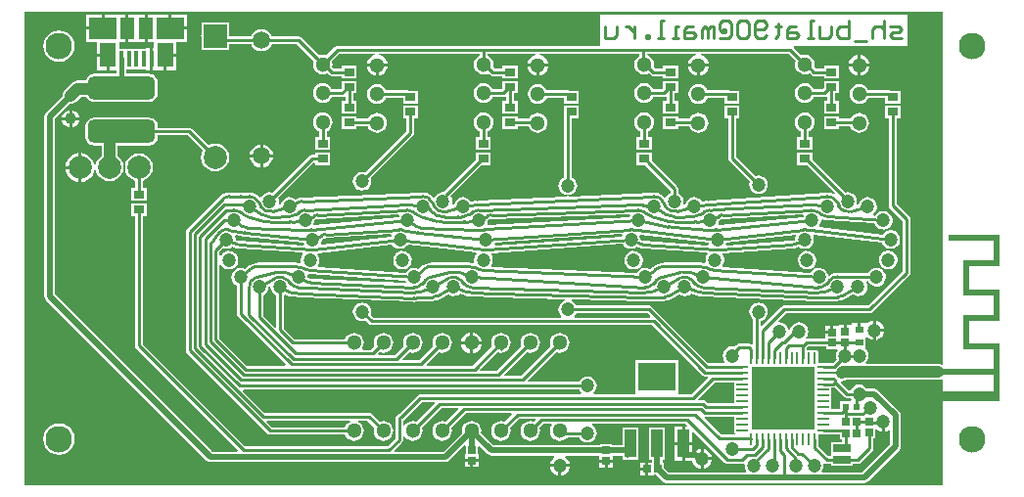
<source format=gbl>
G04*
G04 #@! TF.GenerationSoftware,Altium Limited,Altium Designer,21.0.9 (235)*
G04*
G04 Layer_Physical_Order=2*
G04 Layer_Color=16711680*
%FSLAX44Y44*%
%MOMM*%
G71*
G04*
G04 #@! TF.SameCoordinates,956DCEC2-6A71-40FF-A827-D54B518B5B98*
G04*
G04*
G04 #@! TF.FilePolarity,Positive*
G04*
G01*
G75*
%ADD17C,0.2540*%
%ADD18C,1.3000*%
%ADD19C,1.2000*%
%ADD20C,1.0000*%
%ADD21C,1.5000*%
%ADD22C,2.0000*%
%ADD23C,2.3000*%
%ADD24R,2.0000X2.0000*%
%ADD25R,0.6400X0.6400*%
%ADD26R,0.6400X0.6400*%
%ADD27R,1.0000X2.4000*%
%ADD28R,3.3000X2.4000*%
%ADD29R,0.9000X0.7000*%
%ADD30R,5.4000X5.4000*%
G04:AMPARAMS|DCode=31|XSize=0.25mm|YSize=1mm|CornerRadius=0.0313mm|HoleSize=0mm|Usage=FLASHONLY|Rotation=180.000|XOffset=0mm|YOffset=0mm|HoleType=Round|Shape=RoundedRectangle|*
%AMROUNDEDRECTD31*
21,1,0.2500,0.9375,0,0,180.0*
21,1,0.1875,1.0000,0,0,180.0*
1,1,0.0625,-0.0938,0.4688*
1,1,0.0625,0.0938,0.4688*
1,1,0.0625,0.0938,-0.4688*
1,1,0.0625,-0.0938,-0.4688*
%
%ADD31ROUNDEDRECTD31*%
%ADD32R,0.2500X1.0000*%
G04:AMPARAMS|DCode=33|XSize=0.25mm|YSize=1mm|CornerRadius=0.0313mm|HoleSize=0mm|Usage=FLASHONLY|Rotation=90.000|XOffset=0mm|YOffset=0mm|HoleType=Round|Shape=RoundedRectangle|*
%AMROUNDEDRECTD33*
21,1,0.2500,0.9375,0,0,90.0*
21,1,0.1875,1.0000,0,0,90.0*
1,1,0.0625,0.4688,0.0938*
1,1,0.0625,0.4688,-0.0938*
1,1,0.0625,-0.4688,-0.0938*
1,1,0.0625,-0.4688,0.0938*
%
%ADD33ROUNDEDRECTD33*%
%ADD34R,1.0000X0.2500*%
%ADD35R,0.5500X0.6000*%
%ADD36R,0.7500X0.6000*%
%ADD37R,1.5000X0.7000*%
%ADD38R,0.1000X0.1000*%
%ADD39R,2.3750X1.9000*%
%ADD40R,1.1750X1.9000*%
%ADD41R,1.4750X2.1000*%
%ADD42R,0.4500X1.3800*%
G04:AMPARAMS|DCode=43|XSize=5.8mm|YSize=2mm|CornerRadius=0.5mm|HoleSize=0mm|Usage=FLASHONLY|Rotation=180.000|XOffset=0mm|YOffset=0mm|HoleType=Round|Shape=RoundedRectangle|*
%AMROUNDEDRECTD43*
21,1,5.8000,1.0000,0,0,180.0*
21,1,4.8000,2.0000,0,0,180.0*
1,1,1.0000,-2.4000,0.5000*
1,1,1.0000,2.4000,0.5000*
1,1,1.0000,2.4000,-0.5000*
1,1,1.0000,-2.4000,-0.5000*
%
%ADD43ROUNDEDRECTD43*%
%ADD44C,0.5000*%
%ADD45C,0.2000*%
%ADD46C,1.0000*%
%ADD47C,0.4000*%
%ADD48R,0.9500X2.0000*%
G36*
X794500Y104804D02*
X793230Y104239D01*
X791827Y104820D01*
X790000Y105060D01*
X728073D01*
X727800Y105865D01*
X727733Y106330D01*
X728988Y107965D01*
X729794Y109912D01*
X730069Y112000D01*
X729794Y114088D01*
X728988Y116034D01*
X727993Y117331D01*
X727750Y118500D01*
X727750Y118500D01*
X727750Y118500D01*
Y127334D01*
X728548Y127730D01*
X729020Y127824D01*
X730693Y126540D01*
X732771Y125680D01*
X733730Y125554D01*
Y134000D01*
Y142446D01*
X732771Y142320D01*
X730693Y141460D01*
X729422Y140484D01*
X728290Y140040D01*
X728290Y140040D01*
X728290Y140040D01*
X723270D01*
Y134500D01*
X720730D01*
Y140040D01*
X715710D01*
Y138340D01*
X711270D01*
Y132600D01*
X708730D01*
Y138340D01*
X704260D01*
X704250Y138128D01*
X699780D01*
Y132388D01*
X698510D01*
Y131118D01*
X692770D01*
Y126648D01*
X691552Y126523D01*
X676714D01*
X676057Y127703D01*
X676052Y127746D01*
X676988Y128966D01*
X677794Y130912D01*
X678069Y133000D01*
X677794Y135088D01*
X676988Y137035D01*
X675706Y138706D01*
X674035Y139988D01*
X672088Y140794D01*
X670000Y141069D01*
X667912Y140794D01*
X665965Y139988D01*
X664294Y138706D01*
X663012Y137035D01*
X662206Y135088D01*
X662141Y134591D01*
X660860D01*
X660794Y135088D01*
X659988Y137035D01*
X658706Y138706D01*
X657035Y139988D01*
X655088Y140794D01*
X653000Y141069D01*
X652516Y141005D01*
X651923Y142208D01*
X658381Y148666D01*
X731000D01*
X732276Y148920D01*
X733357Y149642D01*
X765358Y181642D01*
X766080Y182724D01*
X766334Y184000D01*
Y230000D01*
X766080Y231276D01*
X765358Y232358D01*
X754334Y243381D01*
Y317500D01*
X757500D01*
Y328500D01*
X744500D01*
Y317500D01*
X747666D01*
Y242000D01*
X747920Y240724D01*
X748643Y239643D01*
X759666Y228619D01*
Y185381D01*
X729619Y155334D01*
X657000D01*
X655724Y155080D01*
X654642Y154358D01*
X638007Y137722D01*
X636834Y138209D01*
Y142172D01*
X637088Y142206D01*
X639035Y143012D01*
X640706Y144294D01*
X641988Y145965D01*
X642794Y147912D01*
X643069Y150000D01*
X642794Y152088D01*
X641988Y154035D01*
X640706Y155706D01*
X639035Y156988D01*
X637088Y157794D01*
X635000Y158069D01*
X632912Y157794D01*
X630965Y156988D01*
X629294Y155706D01*
X628012Y154035D01*
X627206Y152088D01*
X626931Y150000D01*
X627206Y147912D01*
X628012Y145965D01*
X629294Y144294D01*
X630166Y143625D01*
Y122278D01*
X628896Y121674D01*
X628288Y122080D01*
X627012Y122334D01*
X618000D01*
X616724Y122080D01*
X615643Y121357D01*
X614080Y119795D01*
X612000Y120069D01*
X609912Y119794D01*
X607966Y118988D01*
X606294Y117706D01*
X605012Y116034D01*
X604206Y114088D01*
X603931Y112000D01*
X604206Y109912D01*
X605012Y107965D01*
X605673Y107104D01*
X605047Y105834D01*
X591301D01*
X542778Y154358D01*
X541696Y155080D01*
X540420Y155334D01*
X477278D01*
X476988Y156034D01*
X475706Y157706D01*
X474035Y158988D01*
X473024Y159407D01*
X473295Y160669D01*
X536506Y158740D01*
X536564Y158750D01*
X537152Y158692D01*
X538011Y158777D01*
X538161Y158754D01*
X553632Y159492D01*
X553822Y159539D01*
X556198Y159852D01*
X558987Y161008D01*
X558977Y161026D01*
X566290Y165128D01*
X566841Y164689D01*
X568771Y163846D01*
X570854Y163531D01*
X572947Y163765D01*
X574908Y164534D01*
X576604Y165784D01*
X576738Y165952D01*
X581178Y164327D01*
X581445Y164285D01*
X583647Y163617D01*
X585851Y163400D01*
X586132Y163331D01*
X686183Y158752D01*
X686324Y158773D01*
X687152Y158692D01*
X688011Y158777D01*
X688161Y158754D01*
X703632Y159492D01*
X703822Y159539D01*
X706198Y159852D01*
X708987Y161008D01*
X708977Y161026D01*
X716290Y165128D01*
X716841Y164689D01*
X718771Y163846D01*
X720854Y163531D01*
X722947Y163765D01*
X724908Y164534D01*
X726604Y165784D01*
X727918Y167430D01*
X728761Y169360D01*
X729076Y171443D01*
X728841Y173536D01*
X728152Y175296D01*
X728506Y176010D01*
X728908Y176485D01*
X729644Y176456D01*
X729682Y176345D01*
X730863Y174600D01*
X732456Y173221D01*
X734350Y172301D01*
X736419Y171903D01*
X738520Y172053D01*
X740510Y172743D01*
X742254Y173924D01*
X743634Y175516D01*
X744554Y177411D01*
X744952Y179479D01*
X744801Y181580D01*
X744112Y183570D01*
X742931Y185315D01*
X741339Y186694D01*
X739444Y187614D01*
X737376Y188012D01*
X735275Y187862D01*
X733284Y187173D01*
X731540Y185992D01*
X730161Y184399D01*
X729714Y183480D01*
X722224Y183675D01*
X721071Y183734D01*
X721009Y183742D01*
X720981Y183738D01*
X719726Y183701D01*
X704327Y183688D01*
X703072Y183724D01*
X703055Y183726D01*
X701866Y183570D01*
X699912Y183312D01*
X696983Y182099D01*
X696107Y181427D01*
X694920Y181877D01*
X694804Y182474D01*
X693880Y184368D01*
X692498Y185958D01*
X690752Y187135D01*
X688760Y187821D01*
X686659Y187968D01*
X684591Y187566D01*
X682698Y186643D01*
X681108Y185261D01*
X680076Y183730D01*
X604072Y188828D01*
X603905Y189252D01*
X603680Y190127D01*
X604627Y191893D01*
X605108Y193943D01*
X605042Y196049D01*
X604433Y198065D01*
X603573Y199453D01*
X604077Y200759D01*
X664447Y204718D01*
X664757Y204801D01*
X666468Y205026D01*
X667901Y205620D01*
X668239Y205706D01*
X669613Y206360D01*
X669927Y206052D01*
X671762Y205018D01*
X673802Y204495D01*
X675909Y204517D01*
X677937Y205083D01*
X679750Y206155D01*
X681224Y207660D01*
X682258Y209496D01*
X682782Y211536D01*
X682760Y213642D01*
X682194Y215671D01*
X682086Y215853D01*
X682778Y216918D01*
X741597Y210098D01*
X741739Y209548D01*
X742776Y207714D01*
X744253Y206212D01*
X746068Y205143D01*
X748098Y204580D01*
X750204Y204561D01*
X752243Y205089D01*
X754077Y206126D01*
X755579Y207602D01*
X756648Y209417D01*
X757211Y211447D01*
X757229Y213554D01*
X756702Y215593D01*
X755665Y217426D01*
X754188Y218929D01*
X752373Y219998D01*
X750343Y220561D01*
X748237Y220579D01*
X746198Y220052D01*
X744364Y219014D01*
X742862Y217538D01*
X742380Y216720D01*
X687793Y223049D01*
X687346Y224238D01*
X687774Y224712D01*
X688734Y226587D01*
X689175Y228647D01*
X689145Y229255D01*
X690182Y229987D01*
X691425Y229472D01*
X693526Y229196D01*
X693801Y229123D01*
X735307Y226485D01*
X736197Y224755D01*
X737611Y223194D01*
X739382Y222053D01*
X741388Y221409D01*
X743492Y221306D01*
X745551Y221751D01*
X747424Y222714D01*
X748984Y224129D01*
X750126Y225900D01*
X750769Y227905D01*
X750872Y230009D01*
X750427Y232068D01*
X749464Y233942D01*
X748049Y235502D01*
X746279Y236643D01*
X744273Y237287D01*
X742169Y237390D01*
X740110Y236945D01*
X738237Y235982D01*
X736676Y234567D01*
X735756Y233138D01*
X734170Y233239D01*
X733863Y234005D01*
X733833Y234533D01*
X735313Y235771D01*
X736524Y237494D01*
X737248Y239473D01*
X737436Y241571D01*
X737073Y243646D01*
X736187Y245556D01*
X734835Y247172D01*
X733112Y248384D01*
X731134Y249107D01*
X729036Y249295D01*
X726961Y248932D01*
X725050Y248046D01*
X723434Y246694D01*
X722223Y244971D01*
X721499Y242993D01*
X720930Y242836D01*
X720622Y242992D01*
X719853Y243855D01*
X720069Y245500D01*
X719794Y247588D01*
X718988Y249534D01*
X717706Y251206D01*
X716034Y252488D01*
X714088Y253294D01*
X712000Y253569D01*
X709920Y253295D01*
X681500Y281715D01*
Y288000D01*
X668500D01*
Y277000D01*
X676785D01*
X700727Y253058D01*
X700007Y251981D01*
X697711Y252932D01*
X694568Y253346D01*
X694188Y253296D01*
X694180Y253298D01*
X694140Y253290D01*
X693857Y253253D01*
X693686Y253274D01*
X591652Y245950D01*
X591322Y245860D01*
X591318Y245859D01*
X590983Y245889D01*
X590981Y245889D01*
X590974Y245887D01*
X590966Y245887D01*
X586277Y245362D01*
X586186Y245556D01*
X584835Y247172D01*
X583112Y248384D01*
X581134Y249107D01*
X579036Y249295D01*
X576961Y248932D01*
X575050Y248046D01*
X573434Y246694D01*
X572223Y244971D01*
X571499Y242993D01*
X570930Y242836D01*
X570622Y242992D01*
X569852Y243855D01*
X570069Y245500D01*
X569794Y247588D01*
X568988Y249534D01*
X567706Y251206D01*
X566035Y252488D01*
X565334Y252778D01*
Y256500D01*
X565080Y257776D01*
X564357Y258857D01*
X542500Y280715D01*
Y288000D01*
X529500D01*
Y277000D01*
X536814D01*
X536872Y276912D01*
X558666Y255119D01*
Y252778D01*
X557966Y252488D01*
X556294Y251206D01*
X555012Y249534D01*
X554916Y249302D01*
X553657Y249136D01*
X553155Y249789D01*
X550640Y251719D01*
X547711Y252932D01*
X544568Y253346D01*
X544195Y253297D01*
X544190Y253298D01*
X544162Y253293D01*
X544063Y253280D01*
X543979Y253292D01*
X471841Y249817D01*
X470870Y250559D01*
X470870Y250560D01*
D01*
X470827Y251040D01*
X470844Y251042D01*
X472088Y251206D01*
X474035Y252012D01*
X475706Y253294D01*
X476988Y254965D01*
X477794Y256912D01*
X478069Y259000D01*
X477794Y261088D01*
X476988Y263034D01*
X475706Y264706D01*
X474035Y265988D01*
X473334Y266278D01*
Y317500D01*
X479500D01*
Y328500D01*
X466500D01*
Y317500D01*
X466666D01*
Y266278D01*
X465965Y265988D01*
X464294Y264706D01*
X463012Y263034D01*
X462206Y261088D01*
X461931Y259000D01*
X462206Y256912D01*
X463012Y254965D01*
X464294Y253294D01*
X465965Y252012D01*
X467912Y251206D01*
X469580Y250986D01*
X469616Y250982D01*
X469597Y250529D01*
X469597D01*
X469597Y250529D01*
X468696Y249666D01*
X392039Y245973D01*
X391755Y245902D01*
X391318Y245859D01*
X390983Y245889D01*
X390981Y245889D01*
X390974Y245887D01*
X390966Y245887D01*
X386277Y245362D01*
X386186Y245556D01*
X384835Y247172D01*
X383112Y248384D01*
X381134Y249107D01*
X379036Y249295D01*
X376961Y248932D01*
X375050Y248046D01*
X373434Y246694D01*
X372223Y244971D01*
X371499Y242993D01*
X370930Y242836D01*
X370622Y242992D01*
X369852Y243855D01*
X370069Y245500D01*
X369794Y247588D01*
X368988Y249534D01*
X368450Y250235D01*
X395215Y277000D01*
X403500D01*
Y288000D01*
X390500D01*
Y281715D01*
X362313Y253528D01*
X362000Y253569D01*
X359912Y253294D01*
X357966Y252488D01*
X356294Y251206D01*
X355012Y249534D01*
X354916Y249302D01*
X353657Y249136D01*
X353155Y249789D01*
X350640Y251719D01*
X347711Y252932D01*
X344568Y253346D01*
X344122Y253287D01*
X344068Y253296D01*
X344061Y253296D01*
X344058Y253295D01*
X344054Y253295D01*
X239977Y249068D01*
X239788Y249023D01*
X237686Y248746D01*
X236202Y248132D01*
X235874Y248047D01*
X234517Y247396D01*
X233112Y248384D01*
X231134Y249107D01*
X229036Y249295D01*
X226961Y248932D01*
X225050Y248046D01*
X223434Y246694D01*
X222223Y244971D01*
X221499Y242993D01*
X220930Y242836D01*
X220622Y242992D01*
X219853Y243855D01*
X220069Y245500D01*
X219794Y247588D01*
X219504Y248289D01*
X250230Y279015D01*
X251500Y278801D01*
Y277000D01*
X264500D01*
Y288000D01*
X251500D01*
Y285834D01*
X249000D01*
X247724Y285580D01*
X246642Y284858D01*
X214789Y253004D01*
X214088Y253294D01*
X212000Y253569D01*
X209912Y253294D01*
X207966Y252488D01*
X206294Y251206D01*
X205012Y249534D01*
X204916Y249302D01*
X203657Y249136D01*
X203155Y249789D01*
X200640Y251719D01*
X197712Y252932D01*
X194592Y253343D01*
Y253343D01*
X194555Y253307D01*
X188503Y253329D01*
X187250Y253377D01*
X187213Y253384D01*
Y253375D01*
X186000Y253334D01*
X176752D01*
Y253358D01*
X174076Y253006D01*
X171583Y251973D01*
X169442Y250331D01*
X169459Y250313D01*
X169459Y250313D01*
X140483Y221337D01*
X139760Y220255D01*
X139506Y218979D01*
Y116478D01*
X139760Y115202D01*
X140483Y114120D01*
X210060Y44542D01*
X211142Y43820D01*
X212418Y43566D01*
X277281D01*
X277675Y42613D01*
X279038Y40838D01*
X280813Y39475D01*
X282881Y38619D01*
X285100Y38327D01*
X287319Y38619D01*
X289387Y39475D01*
X291162Y40838D01*
X292525Y42613D01*
X293381Y44681D01*
X293673Y46900D01*
X293381Y49119D01*
X292525Y51187D01*
X291162Y52962D01*
X289387Y54325D01*
X288563Y54666D01*
X288815Y55936D01*
X296749D01*
X302613Y50072D01*
X302219Y49119D01*
X301927Y46900D01*
X302219Y44681D01*
X303075Y42613D01*
X304438Y40838D01*
X306213Y39475D01*
X308281Y38619D01*
X310500Y38327D01*
X312719Y38619D01*
X314787Y39475D01*
X316562Y40838D01*
X317925Y42613D01*
X318781Y44681D01*
X319073Y46900D01*
X318781Y49119D01*
X317925Y51187D01*
X316562Y52962D01*
X314787Y54325D01*
X312719Y55181D01*
X310500Y55473D01*
X308281Y55181D01*
X307328Y54787D01*
X300487Y61627D01*
X299406Y62350D01*
X298130Y62604D01*
X207850D01*
X188961Y81493D01*
X189447Y82666D01*
X479722D01*
X480012Y81966D01*
X481294Y80294D01*
X481594Y80064D01*
X481163Y78794D01*
X342460D01*
X341184Y78540D01*
X340103Y77818D01*
X324403Y62118D01*
X324212Y62080D01*
X323130Y61357D01*
X321642Y59870D01*
X320920Y58788D01*
X320666Y57512D01*
Y40381D01*
X313849Y33564D01*
X190730D01*
X102334Y121960D01*
Y233000D01*
X105500D01*
Y244000D01*
X92500D01*
Y233000D01*
X95666D01*
Y120580D01*
X95920Y119304D01*
X96643Y118222D01*
X184643Y30222D01*
X184157Y29048D01*
X163020D01*
X26588Y165480D01*
Y317099D01*
X39495Y330006D01*
X40000Y329940D01*
X41827Y330180D01*
X43530Y330886D01*
X44992Y332008D01*
X48924Y335940D01*
X53691D01*
X53885Y335470D01*
X55008Y334008D01*
X56470Y332886D01*
X58173Y332180D01*
X60000Y331940D01*
X108000D01*
X109827Y332180D01*
X111530Y332886D01*
X112992Y334008D01*
X114115Y335470D01*
X114820Y337173D01*
X115060Y339000D01*
Y349000D01*
X114820Y350827D01*
X114115Y352530D01*
X112992Y353993D01*
X111530Y355115D01*
X109827Y355820D01*
X108000Y356060D01*
X88078D01*
Y359800D01*
X105210D01*
Y359260D01*
X108730D01*
Y368700D01*
Y378140D01*
X105210D01*
Y377600D01*
X82290D01*
Y383260D01*
X87355D01*
Y395300D01*
Y407340D01*
X69145D01*
Y395300D01*
X67875D01*
Y394030D01*
X53460D01*
Y383260D01*
X62460D01*
Y373570D01*
X72375D01*
Y372300D01*
X73645D01*
Y359260D01*
X79922D01*
Y356060D01*
X60000D01*
X58173Y355820D01*
X56470Y355115D01*
X55008Y353993D01*
X53885Y352530D01*
X53180Y350827D01*
X53079Y350060D01*
X46000D01*
X44173Y349820D01*
X42470Y349114D01*
X41007Y347992D01*
X35008Y341992D01*
X33886Y340530D01*
X33180Y338827D01*
X32940Y337000D01*
X33006Y336495D01*
X18756Y322244D01*
X17761Y320756D01*
X17412Y319000D01*
Y163580D01*
X17761Y161824D01*
X18756Y160335D01*
X157875Y21216D01*
X159364Y20221D01*
X161119Y19872D01*
X364260D01*
X366016Y20221D01*
X367504Y21216D01*
X380627Y34338D01*
X381800Y33852D01*
Y27140D01*
X381260D01*
Y22670D01*
X387000D01*
X392740D01*
Y27140D01*
X392200D01*
Y33252D01*
X393373Y33738D01*
X400356Y26756D01*
X401844Y25761D01*
X403600Y25412D01*
X457848D01*
X458279Y24142D01*
X456909Y23091D01*
X455540Y21307D01*
X454680Y19229D01*
X454553Y18270D01*
X471446D01*
X471320Y19229D01*
X470460Y21307D01*
X469091Y23091D01*
X467721Y24142D01*
X468152Y25412D01*
X497260D01*
Y22070D01*
X503000D01*
X508740D01*
Y25412D01*
X517000D01*
Y22000D01*
X531000D01*
Y50000D01*
X517000D01*
Y34588D01*
X508200D01*
Y35200D01*
X497800D01*
Y34588D01*
X405500D01*
X395031Y45058D01*
X395273Y46900D01*
X394981Y49119D01*
X394125Y51187D01*
X392762Y52962D01*
X390987Y54325D01*
X388919Y55181D01*
X386700Y55473D01*
X384481Y55181D01*
X382413Y54325D01*
X380638Y52962D01*
X379275Y51187D01*
X378419Y49119D01*
X378127Y46900D01*
X378369Y45058D01*
X362360Y29048D01*
X320423D01*
X319937Y30222D01*
X326357Y36642D01*
X327080Y37724D01*
X327334Y39000D01*
Y42095D01*
X327993Y42394D01*
X328604Y42446D01*
X329838Y40838D01*
X331613Y39475D01*
X333681Y38619D01*
X335900Y38327D01*
X338119Y38619D01*
X340187Y39475D01*
X341962Y40838D01*
X343325Y42613D01*
X344181Y44681D01*
X344473Y46900D01*
X344181Y49119D01*
X343787Y50072D01*
X360671Y66956D01*
X374981D01*
X375467Y65783D01*
X364472Y54787D01*
X363519Y55181D01*
X361300Y55473D01*
X359081Y55181D01*
X357013Y54325D01*
X355238Y52962D01*
X353875Y51187D01*
X353019Y49119D01*
X352727Y46900D01*
X353019Y44681D01*
X353875Y42613D01*
X355238Y40838D01*
X357013Y39475D01*
X359081Y38619D01*
X361300Y38327D01*
X363519Y38619D01*
X365587Y39475D01*
X367362Y40838D01*
X368725Y42613D01*
X369581Y44681D01*
X369873Y46900D01*
X369581Y49119D01*
X369187Y50072D01*
X381531Y62416D01*
X421241D01*
X421728Y61243D01*
X415272Y54787D01*
X414319Y55181D01*
X412100Y55473D01*
X409881Y55181D01*
X407813Y54325D01*
X406038Y52962D01*
X404675Y51187D01*
X403819Y49119D01*
X403527Y46900D01*
X403819Y44681D01*
X404675Y42613D01*
X406038Y40838D01*
X407813Y39475D01*
X409881Y38619D01*
X412100Y38327D01*
X414319Y38619D01*
X416387Y39475D01*
X418162Y40838D01*
X419525Y42613D01*
X420381Y44681D01*
X420673Y46900D01*
X420381Y49119D01*
X419987Y50072D01*
X427791Y57876D01*
X442102D01*
X442588Y56703D01*
X440672Y54787D01*
X439719Y55181D01*
X437500Y55473D01*
X435281Y55181D01*
X433213Y54325D01*
X431438Y52962D01*
X430075Y51187D01*
X429219Y49119D01*
X428927Y46900D01*
X429219Y44681D01*
X430075Y42613D01*
X431438Y40838D01*
X433213Y39475D01*
X435281Y38619D01*
X437500Y38327D01*
X439719Y38619D01*
X441787Y39475D01*
X443562Y40838D01*
X444925Y42613D01*
X445781Y44681D01*
X446073Y46900D01*
X445781Y49119D01*
X445387Y50072D01*
X448651Y53336D01*
X455524D01*
X456150Y52066D01*
X455475Y51187D01*
X454619Y49119D01*
X454327Y46900D01*
X454619Y44681D01*
X455475Y42613D01*
X456838Y40838D01*
X458613Y39475D01*
X460681Y38619D01*
X462900Y38327D01*
X465119Y38619D01*
X467187Y39475D01*
X468962Y40838D01*
X469598Y41666D01*
X479722D01*
X480012Y40965D01*
X481294Y39294D01*
X482966Y38012D01*
X484912Y37206D01*
X487000Y36931D01*
X489088Y37206D01*
X491035Y38012D01*
X492706Y39294D01*
X493988Y40965D01*
X494794Y42912D01*
X495069Y45000D01*
X494794Y47088D01*
X493988Y49035D01*
X492706Y50706D01*
X491035Y51988D01*
X490846Y52066D01*
X491099Y53336D01*
X571839D01*
X573462Y51713D01*
X572976Y50540D01*
X571270D01*
Y37270D01*
X577540D01*
Y45976D01*
X578713Y46462D01*
X605803Y19373D01*
X606884Y18650D01*
X608160Y18396D01*
X620620D01*
X621896Y18650D01*
X623049Y17892D01*
X622931Y17000D01*
X623206Y14912D01*
X624012Y12966D01*
X624478Y12358D01*
X623852Y11088D01*
X557000D01*
X552800Y15289D01*
Y19200D01*
X551888D01*
Y22000D01*
X554000D01*
Y50000D01*
X540000D01*
Y22000D01*
X542712D01*
Y19740D01*
X539670D01*
Y14000D01*
Y8260D01*
X544140D01*
Y8800D01*
X546311D01*
X551856Y3256D01*
X553344Y2261D01*
X555100Y1912D01*
X653000D01*
X653000Y1912D01*
X726500D01*
X728256Y2261D01*
X729744Y3256D01*
X756744Y30256D01*
X757739Y31744D01*
X758088Y33500D01*
Y60500D01*
X757739Y62256D01*
X756744Y63744D01*
X738244Y82244D01*
X736756Y83239D01*
X735000Y83588D01*
X728563D01*
X727706Y84706D01*
X726034Y85988D01*
X724088Y86794D01*
X722000Y87069D01*
X719912Y86794D01*
X717965Y85988D01*
X716294Y84706D01*
X715012Y83034D01*
X714722Y82334D01*
X712237D01*
X705794Y88777D01*
X706387Y89980D01*
X706695Y89940D01*
X708523Y90180D01*
X710226Y90885D01*
X710296Y90940D01*
X790000D01*
X791827Y91180D01*
X793230Y91761D01*
X794500Y91196D01*
Y83539D01*
X789500D01*
X788720Y83384D01*
X788058Y82942D01*
X787616Y82280D01*
X787461Y81500D01*
X787461Y72500D01*
X787616Y71720D01*
X788058Y71058D01*
X788720Y70616D01*
X789500Y70461D01*
X794500D01*
Y0D01*
X0D01*
Y410000D01*
X794500D01*
Y104804D01*
D02*
G37*
G36*
X524154Y233241D02*
X523610Y232182D01*
X400757Y224789D01*
X400594Y225067D01*
X400166Y226025D01*
X400769Y227905D01*
X400846Y229477D01*
X402226Y230135D01*
X402237Y230113D01*
X402402Y230224D01*
X403719Y230485D01*
X403719Y230485D01*
Y230485D01*
X404982Y230540D01*
X523385Y234476D01*
X524154Y233241D01*
D02*
G37*
G36*
X324083Y233080D02*
X323531Y232001D01*
X323511Y231908D01*
X250802Y224883D01*
X250190Y226100D01*
X250769Y227905D01*
X250846Y229477D01*
X251086Y229591D01*
X252233Y230111D01*
X252233Y230111D01*
D01*
X253392Y230420D01*
X253637Y230469D01*
Y230469D01*
X253660Y230496D01*
X323285Y234308D01*
X324083Y233080D01*
D02*
G37*
G36*
X674083D02*
X673531Y232001D01*
X673511Y231908D01*
X600802Y224883D01*
X600190Y226100D01*
X600769Y227905D01*
X600846Y229477D01*
X602226Y230135D01*
X602237Y230113D01*
X602402Y230224D01*
X603637Y230469D01*
X603635Y230494D01*
X603636Y230495D01*
X673285Y234308D01*
X674083Y233080D01*
D02*
G37*
G36*
X667559Y216002D02*
X667285Y215515D01*
X666761Y213475D01*
X666772Y212392D01*
X665375Y211727D01*
X665365Y211749D01*
X665203Y211641D01*
X664009Y211403D01*
X664009Y211403D01*
Y211403D01*
X662744Y211289D01*
X607074Y207638D01*
X606320Y208861D01*
X606648Y209417D01*
X606837Y210097D01*
X666856Y217059D01*
X667559Y216002D01*
D02*
G37*
G36*
X317676Y216208D02*
X317285Y215515D01*
X317147Y214977D01*
X257143Y208017D01*
X256450Y209081D01*
X256648Y209417D01*
X257211Y211447D01*
X257221Y212598D01*
X258242Y213071D01*
X258940Y213317D01*
X259396Y213444D01*
X260622Y213638D01*
X260703Y213649D01*
X260700Y213689D01*
X260706Y213694D01*
X316906Y217430D01*
X317676Y216208D01*
D02*
G37*
G36*
X517418Y216357D02*
X516887Y215299D01*
X407271Y207681D01*
X406596Y208732D01*
X407112Y209776D01*
X463837Y213719D01*
X516746Y217396D01*
X517418Y216357D01*
D02*
G37*
G36*
X189724Y215291D02*
X189834Y215293D01*
X190605Y215217D01*
X190914Y215122D01*
X241625Y209988D01*
X241739Y209548D01*
X242123Y208869D01*
X241355Y207647D01*
X185560Y211370D01*
X185530Y211404D01*
Y211404D01*
X185530Y211404D01*
X184340Y211641D01*
X184179Y211749D01*
X184168Y211727D01*
X182773Y212391D01*
X182760Y213642D01*
X182279Y215364D01*
X183019Y216520D01*
X189724Y215291D01*
D02*
G37*
G36*
X591597Y210098D02*
X591739Y209548D01*
X592123Y208869D01*
X591355Y207647D01*
X535560Y211370D01*
X535530Y211404D01*
Y211404D01*
X535530Y211404D01*
X534340Y211641D01*
X534179Y211749D01*
X534168Y211727D01*
X532773Y212391D01*
X532760Y213642D01*
X532194Y215671D01*
X532086Y215853D01*
X532778Y216918D01*
X591597Y210098D01*
D02*
G37*
G36*
X181304Y205706D02*
X181642Y205620D01*
X183076Y205026D01*
X184772Y204803D01*
X185084Y204719D01*
X240428Y201026D01*
X240893Y199844D01*
X240527Y199453D01*
X239531Y197597D01*
X239050Y195546D01*
X239116Y193441D01*
X239227Y193075D01*
X239048Y192727D01*
X238226Y191996D01*
X233829Y192643D01*
X233483Y192626D01*
X231947Y192828D01*
Y192782D01*
X202635D01*
Y192789D01*
X199746Y192505D01*
X196967Y191662D01*
X194407Y190293D01*
X193382Y189453D01*
X193085Y189289D01*
X193083Y189288D01*
X193082Y189286D01*
X193079Y189284D01*
X193078Y189283D01*
X193077Y189282D01*
X193076Y189282D01*
X190597Y187189D01*
X188761Y187821D01*
X186659Y187968D01*
X184591Y187566D01*
X182698Y186643D01*
X181108Y185261D01*
X179930Y183514D01*
X179245Y181523D01*
X179098Y179422D01*
X179500Y177354D01*
X180423Y175461D01*
X181805Y173871D01*
X183551Y172693D01*
X183818Y172601D01*
Y148428D01*
X184072Y147152D01*
X184794Y146070D01*
X226147Y104717D01*
X225661Y103544D01*
X192591D01*
X168874Y127261D01*
Y190118D01*
X170144Y190438D01*
X170399Y189963D01*
X171844Y188430D01*
X173636Y187324D01*
X175654Y186718D01*
X177759Y186656D01*
X179809Y187140D01*
X181664Y188139D01*
X183197Y189584D01*
X184304Y191376D01*
X184909Y193393D01*
X184972Y195499D01*
X184487Y197549D01*
X183489Y199403D01*
X182044Y200937D01*
X180252Y202043D01*
X178234Y202649D01*
X176129Y202711D01*
X174079Y202227D01*
X172224Y201228D01*
X170691Y199783D01*
X170144Y198898D01*
X168874Y199258D01*
Y201893D01*
X171951Y204970D01*
X173802Y204495D01*
X175909Y204517D01*
X177937Y205083D01*
X179750Y206155D01*
X179944Y206353D01*
X181304Y205706D01*
D02*
G37*
G36*
X318422Y207526D02*
X319927Y206052D01*
X321762Y205018D01*
X323802Y204495D01*
X325909Y204517D01*
X327937Y205083D01*
X329750Y206155D01*
X331224Y207660D01*
X331609Y208343D01*
X362389Y204719D01*
X390609Y201396D01*
X391096Y200060D01*
X390527Y199453D01*
X389531Y197597D01*
X389050Y195546D01*
X389116Y193441D01*
X389227Y193075D01*
X389048Y192727D01*
X388226Y191996D01*
X383829Y192643D01*
X383483Y192626D01*
X381947Y192828D01*
Y192782D01*
X352635D01*
Y192789D01*
X349746Y192505D01*
X346967Y191662D01*
X344407Y190293D01*
X343382Y189453D01*
X343085Y189289D01*
X343083Y189288D01*
X343082Y189286D01*
X343079Y189284D01*
X343078Y189283D01*
X343077Y189282D01*
X343075Y189282D01*
X340597Y187189D01*
X338760Y187821D01*
X336659Y187968D01*
X334591Y187566D01*
X332698Y186643D01*
X331108Y185261D01*
X330076Y183730D01*
X254072Y188828D01*
X253905Y189252D01*
X253680Y190127D01*
X254627Y191893D01*
X255108Y193943D01*
X255042Y196049D01*
X254433Y198065D01*
X253481Y199601D01*
X253850Y200922D01*
X317931Y208355D01*
X318422Y207526D01*
D02*
G37*
G36*
X518422D02*
X519927Y206052D01*
X521762Y205018D01*
X523802Y204495D01*
X525909Y204517D01*
X527937Y205083D01*
X529750Y206155D01*
X529944Y206353D01*
X531304Y205706D01*
X531642Y205620D01*
X533076Y205026D01*
X534772Y204803D01*
X535084Y204719D01*
X590428Y201026D01*
X590894Y199844D01*
X590527Y199453D01*
X589531Y197597D01*
X589050Y195546D01*
X589116Y193441D01*
X589237Y193042D01*
X588895Y192530D01*
X588227Y191992D01*
X583753Y192600D01*
X583751Y192600D01*
X583749Y192601D01*
X583741Y192602D01*
X583410Y192581D01*
X582053Y192759D01*
Y192759D01*
X580783Y192727D01*
X572174Y192776D01*
X571157Y192805D01*
X571156Y192806D01*
X571156Y192806D01*
X571009Y192820D01*
X570921Y192812D01*
X569663Y192777D01*
X555557Y192724D01*
X554287Y192739D01*
X554287Y192739D01*
X550821Y192397D01*
X547456Y191376D01*
X544354Y189718D01*
X543547Y189056D01*
X543311Y188937D01*
X540883Y187047D01*
X540752Y187135D01*
X538760Y187821D01*
X536659Y187968D01*
X534591Y187566D01*
X532698Y186643D01*
X531108Y185261D01*
X529963Y183562D01*
X404213Y188995D01*
X403766Y190286D01*
X404627Y191893D01*
X405108Y193943D01*
X405042Y196049D01*
X404433Y198065D01*
X403565Y199466D01*
X404057Y200773D01*
X517743Y208675D01*
X518422Y207526D01*
D02*
G37*
G36*
X245981Y182745D02*
X246269Y182668D01*
X329515Y177085D01*
X330064Y175983D01*
X329351Y174842D01*
X247751Y178712D01*
X247752Y178734D01*
X247455Y178793D01*
X246299Y179114D01*
X245145Y179644D01*
X244933Y179747D01*
X244802Y181580D01*
X244718Y181822D01*
X245520Y182806D01*
X245981Y182745D01*
D02*
G37*
G36*
X381178Y164327D02*
X381445Y164285D01*
X383647Y163617D01*
X386192Y163367D01*
X386390Y163321D01*
X407811Y162668D01*
X467157Y160856D01*
X467391Y159579D01*
X465965Y158988D01*
X464294Y157706D01*
X463012Y156034D01*
X462206Y154088D01*
X461931Y152000D01*
X462206Y149912D01*
X463012Y147965D01*
X464264Y146334D01*
X464197Y145872D01*
X463922Y145064D01*
X301651D01*
X299504Y147211D01*
X299794Y147912D01*
X300069Y150000D01*
X299794Y152088D01*
X298988Y154035D01*
X297706Y155706D01*
X296035Y156988D01*
X294088Y157794D01*
X292000Y158069D01*
X289912Y157794D01*
X287966Y156988D01*
X286294Y155706D01*
X285012Y154035D01*
X284206Y152088D01*
X283931Y150000D01*
X284206Y147912D01*
X285012Y145965D01*
X286294Y144294D01*
X287966Y143012D01*
X289912Y142206D01*
X292000Y141931D01*
X294088Y142206D01*
X294789Y142496D01*
X297913Y139373D01*
X298994Y138650D01*
X300270Y138396D01*
X542889D01*
X586143Y95142D01*
X587224Y94420D01*
X588500Y94166D01*
X590792D01*
X591278Y92993D01*
X577079Y78794D01*
X565655D01*
X565500Y80000D01*
X565500Y80064D01*
Y108000D01*
X528500D01*
Y80064D01*
X528500Y80000D01*
X528345Y78794D01*
X492837D01*
X492406Y80064D01*
X492706Y80294D01*
X493988Y81966D01*
X494794Y83912D01*
X495069Y86000D01*
X494794Y88088D01*
X493988Y90035D01*
X492706Y91706D01*
X491035Y92988D01*
X489088Y93794D01*
X487000Y94069D01*
X484912Y93794D01*
X482966Y92988D01*
X481294Y91706D01*
X480012Y90035D01*
X479722Y89334D01*
X435508D01*
X435022Y90507D01*
X459728Y115213D01*
X460681Y114819D01*
X462900Y114527D01*
X465119Y114819D01*
X467187Y115675D01*
X468962Y117038D01*
X470325Y118813D01*
X471181Y120881D01*
X471473Y123100D01*
X471181Y125319D01*
X470325Y127387D01*
X468962Y129162D01*
X467187Y130525D01*
X465119Y131381D01*
X462900Y131673D01*
X460681Y131381D01*
X458613Y130525D01*
X456838Y129162D01*
X455475Y127387D01*
X454619Y125319D01*
X454327Y123100D01*
X454619Y120881D01*
X455013Y119929D01*
X429549Y94464D01*
X415238D01*
X414752Y95637D01*
X434328Y115213D01*
X435281Y114819D01*
X437500Y114527D01*
X439719Y114819D01*
X441787Y115675D01*
X443562Y117038D01*
X444925Y118813D01*
X445781Y120881D01*
X446073Y123100D01*
X445781Y125319D01*
X444925Y127387D01*
X443562Y129162D01*
X441787Y130525D01*
X439719Y131381D01*
X437500Y131673D01*
X435281Y131381D01*
X433213Y130525D01*
X431438Y129162D01*
X430075Y127387D01*
X429219Y125319D01*
X428927Y123100D01*
X429219Y120881D01*
X429613Y119928D01*
X408689Y99004D01*
X394379D01*
X393893Y100177D01*
X408928Y115213D01*
X409881Y114819D01*
X412089Y114528D01*
X412100Y114526D01*
X412111Y114528D01*
X414319Y114819D01*
X416387Y115675D01*
X418162Y117038D01*
X419525Y118813D01*
X420381Y120881D01*
X420673Y123100D01*
X420381Y125319D01*
X419525Y127387D01*
X418162Y129162D01*
X416387Y130525D01*
X414319Y131381D01*
X412100Y131673D01*
X409881Y131381D01*
X407813Y130525D01*
X406038Y129162D01*
X404675Y127387D01*
X403819Y125319D01*
X403527Y123100D01*
X403819Y120881D01*
X404213Y119929D01*
X387829Y103544D01*
X348119D01*
X347632Y104717D01*
X358128Y115213D01*
X359081Y114819D01*
X361300Y114527D01*
X363519Y114819D01*
X365587Y115675D01*
X367362Y117038D01*
X368725Y118813D01*
X369581Y120881D01*
X369873Y123100D01*
X369581Y125319D01*
X368725Y127387D01*
X367362Y129162D01*
X365587Y130525D01*
X363519Y131381D01*
X361300Y131673D01*
X359081Y131381D01*
X357013Y130525D01*
X355238Y129162D01*
X353875Y127387D01*
X353019Y125319D01*
X352727Y123100D01*
X353019Y120881D01*
X353413Y119928D01*
X341569Y108084D01*
X327258D01*
X326772Y109257D01*
X332728Y115213D01*
X333681Y114819D01*
X335900Y114527D01*
X338119Y114819D01*
X340187Y115675D01*
X341962Y117038D01*
X343325Y118813D01*
X344181Y120881D01*
X344473Y123100D01*
X344181Y125319D01*
X343325Y127387D01*
X341962Y129162D01*
X340187Y130525D01*
X338119Y131381D01*
X335900Y131673D01*
X333681Y131381D01*
X331613Y130525D01*
X329838Y129162D01*
X328475Y127387D01*
X327619Y125319D01*
X327327Y123100D01*
X327619Y120881D01*
X328013Y119928D01*
X320709Y112624D01*
X306398D01*
X305912Y113797D01*
X307328Y115213D01*
X308281Y114819D01*
X310500Y114527D01*
X312719Y114819D01*
X314787Y115675D01*
X316562Y117038D01*
X317925Y118813D01*
X318781Y120881D01*
X319073Y123100D01*
X318781Y125319D01*
X317925Y127387D01*
X316562Y129162D01*
X314787Y130525D01*
X312719Y131381D01*
X310500Y131673D01*
X308281Y131381D01*
X306213Y130525D01*
X304438Y129162D01*
X303075Y127387D01*
X302219Y125319D01*
X301927Y123100D01*
X302219Y120881D01*
X302613Y119928D01*
X299849Y117164D01*
X292695D01*
X292133Y118303D01*
X292525Y118813D01*
X293381Y120881D01*
X293673Y123100D01*
X293381Y125319D01*
X292525Y127387D01*
X291162Y129162D01*
X289387Y130525D01*
X287319Y131381D01*
X285100Y131673D01*
X282881Y131381D01*
X280813Y130525D01*
X279038Y129162D01*
X277675Y127387D01*
X277281Y126434D01*
X233651D01*
X224343Y135742D01*
Y164312D01*
X224908Y164534D01*
X225691Y165111D01*
X227053Y164338D01*
X227045Y164324D01*
X229529Y163295D01*
X231650Y163016D01*
X231844Y162969D01*
X239164Y162669D01*
X336494Y158676D01*
X336542Y158684D01*
X337002Y158623D01*
X337543Y158695D01*
X337630Y158682D01*
X340748Y158840D01*
X353667Y159494D01*
X353877Y159547D01*
X356198Y159852D01*
X358987Y161008D01*
X358977Y161026D01*
X366290Y165128D01*
X366841Y164689D01*
X368771Y163846D01*
X370854Y163531D01*
X372947Y163765D01*
X374908Y164534D01*
X376604Y165784D01*
X376738Y165952D01*
X381178Y164327D01*
D02*
G37*
G36*
X541468Y146237D02*
X540982Y145064D01*
X476078D01*
X475803Y145872D01*
X475736Y146334D01*
X476988Y147965D01*
X477278Y148666D01*
X539039D01*
X541468Y146237D01*
D02*
G37*
G36*
X212318Y172004D02*
X212965Y171537D01*
X213176Y169660D01*
X213944Y167698D01*
X215194Y166003D01*
X216841Y164689D01*
X217675Y164325D01*
Y137120D01*
X216501Y136634D01*
X206389Y146747D01*
Y164309D01*
X207235Y164681D01*
X208879Y165998D01*
X210126Y167695D01*
X210891Y169658D01*
X211122Y171751D01*
X211105Y171868D01*
X211742Y172236D01*
X212318Y172004D01*
D02*
G37*
G36*
X693310Y117988D02*
X702911D01*
X703537Y116718D01*
X703012Y116034D01*
X702206Y114088D01*
X701931Y112000D01*
X702206Y109912D01*
X702496Y109211D01*
X699119Y105834D01*
X691000D01*
X690805Y105795D01*
X686795D01*
Y114688D01*
X686616Y115590D01*
X686105Y116355D01*
X685340Y116866D01*
X684437Y117045D01*
X682562D01*
X681864Y116906D01*
X681750Y117000D01*
Y117000D01*
X676834D01*
Y119119D01*
X677569Y119854D01*
X693310D01*
Y117988D01*
D02*
G37*
G36*
X843400Y189500D02*
X817000D01*
Y169500D01*
X843400D01*
Y142500D01*
X817000Y142500D01*
Y122500D01*
X843400Y122500D01*
Y72500D01*
X789500D01*
X789500Y81500D01*
X838400D01*
X838400Y95500D01*
X789500Y95500D01*
Y100500D01*
X838400Y100500D01*
Y117500D01*
X812000Y117500D01*
Y147500D01*
X838400Y147500D01*
Y164500D01*
X812000Y164500D01*
Y194500D01*
X838400D01*
X838400Y211500D01*
X799000Y211500D01*
Y216500D01*
X843400Y216500D01*
X843400Y189500D01*
D02*
G37*
G36*
X614000Y79250D02*
Y70834D01*
X591051D01*
X589238Y72648D01*
X588156Y73370D01*
X586880Y73624D01*
X582999D01*
X582512Y74797D01*
X596881Y89166D01*
X614000D01*
Y79250D01*
D02*
G37*
G36*
X708498Y76642D02*
X709580Y75920D01*
X710856Y75666D01*
X714722D01*
X715012Y74966D01*
X715546Y74270D01*
X715068Y73158D01*
X714919Y73000D01*
X705500D01*
Y65834D01*
X698000D01*
Y74250D01*
Y84166D01*
X699380D01*
X700656Y84420D01*
X700695Y84446D01*
X708498Y76642D01*
D02*
G37*
G36*
X355238Y70953D02*
X339072Y54787D01*
X338119Y55181D01*
X335900Y55473D01*
X333681Y55181D01*
X331613Y54325D01*
X329838Y52962D01*
X328604Y51354D01*
X327993Y51406D01*
X327334Y51705D01*
Y55959D01*
X328358Y56642D01*
X343841Y72126D01*
X354752D01*
X355238Y70953D01*
D02*
G37*
G36*
X281637Y54666D02*
X280813Y54325D01*
X279038Y52962D01*
X277675Y51187D01*
X277281Y50234D01*
X213799D01*
X209270Y54763D01*
X209756Y55936D01*
X281385D01*
X281637Y54666D01*
D02*
G37*
G36*
X744270Y46554D02*
X745229Y46680D01*
X747307Y47540D01*
X747773Y47898D01*
X748912Y47336D01*
Y35401D01*
X724600Y11088D01*
X690148D01*
X689522Y12358D01*
X689988Y12966D01*
X690794Y14912D01*
X691069Y17000D01*
X690845Y18698D01*
X690864Y18720D01*
X691919Y19404D01*
X691967Y19417D01*
X692712Y18920D01*
X693988Y18666D01*
X697500D01*
Y16500D01*
X716500D01*
Y18666D01*
X721000D01*
X722276Y18920D01*
X723357Y19642D01*
X733357Y29643D01*
X734080Y30724D01*
X734334Y32000D01*
Y40200D01*
X736200D01*
Y47853D01*
X737423Y48456D01*
X737760Y48256D01*
X738693Y47540D01*
X740771Y46680D01*
X741730Y46554D01*
Y55000D01*
X744270D01*
Y46554D01*
D02*
G37*
G36*
X614000Y49250D02*
X614000D01*
X614094Y49136D01*
X613955Y48438D01*
Y46562D01*
X614134Y45660D01*
X614645Y44895D01*
X614677Y44874D01*
X614292Y43604D01*
X602532D01*
X588232Y57903D01*
X588766Y59166D01*
X614000D01*
Y49250D01*
D02*
G37*
G36*
X691020Y44146D02*
X705200D01*
Y39800D01*
X707066D01*
Y37500D01*
X697500D01*
Y26500D01*
Y25334D01*
X695369D01*
X686834Y33869D01*
Y40000D01*
X686795Y40195D01*
Y44205D01*
X690725D01*
X691020Y44146D01*
D02*
G37*
%LPC*%
G36*
X140540Y407340D02*
X127395D01*
Y396570D01*
X140540D01*
Y407340D01*
D02*
G37*
G36*
X66605D02*
X53460D01*
Y396570D01*
X66605D01*
Y407340D01*
D02*
G37*
G36*
X104105D02*
X89895D01*
Y395300D01*
Y383260D01*
X104105D01*
Y395300D01*
Y407340D01*
D02*
G37*
G36*
X763537Y406854D02*
X498000D01*
Y380334D01*
X270800D01*
X269524Y380080D01*
X268442Y379357D01*
X261172Y372087D01*
X260219Y372481D01*
X258000Y372773D01*
X255781Y372481D01*
X254828Y372087D01*
X239557Y387357D01*
X238476Y388080D01*
X237200Y388334D01*
X213902D01*
X213298Y389791D01*
X211775Y391776D01*
X209791Y393298D01*
X207480Y394255D01*
X205000Y394582D01*
X202520Y394255D01*
X200209Y393298D01*
X198225Y391776D01*
X196702Y389791D01*
X196098Y388334D01*
X177000D01*
Y400300D01*
X153000D01*
Y390696D01*
X152920Y390576D01*
X152666Y389300D01*
X152920Y388024D01*
X153000Y387904D01*
Y376300D01*
X177000D01*
Y381666D01*
X196098D01*
X196702Y380209D01*
X198225Y378225D01*
X200209Y376702D01*
X202520Y375745D01*
X205000Y375418D01*
X207480Y375745D01*
X209791Y376702D01*
X211775Y378225D01*
X213298Y380209D01*
X213902Y381666D01*
X235819D01*
X250113Y367372D01*
X249719Y366419D01*
X249427Y364200D01*
X249719Y361981D01*
X250575Y359913D01*
X251938Y358138D01*
X253713Y356775D01*
X255781Y355919D01*
X258000Y355627D01*
X260219Y355919D01*
X262006Y356659D01*
X263523Y355142D01*
X264605Y354420D01*
X265881Y354166D01*
X274500D01*
Y352000D01*
X287500D01*
Y363000D01*
X274500D01*
Y360834D01*
X267262D01*
X266232Y361863D01*
X266281Y361981D01*
X266573Y364200D01*
X266281Y366419D01*
X265887Y367372D01*
X272181Y373666D01*
X303230D01*
X303313Y372396D01*
X302640Y372307D01*
X300441Y371396D01*
X298553Y369947D01*
X297104Y368059D01*
X296193Y365860D01*
X296049Y364770D01*
X313951D01*
X313807Y365860D01*
X312896Y368059D01*
X311447Y369947D01*
X309559Y371396D01*
X307360Y372307D01*
X306687Y372396D01*
X306770Y373666D01*
X393666D01*
Y372019D01*
X392713Y371625D01*
X390938Y370262D01*
X389575Y368487D01*
X388719Y366419D01*
X388427Y364200D01*
X388719Y361981D01*
X389575Y359913D01*
X390938Y358138D01*
X392713Y356775D01*
X394781Y355919D01*
X397000Y355627D01*
X399219Y355919D01*
X401006Y356659D01*
X402523Y355142D01*
X403605Y354420D01*
X404880Y354166D01*
X413500D01*
Y352000D01*
X426500D01*
Y363000D01*
X413500D01*
Y360834D01*
X406261D01*
X405232Y361863D01*
X405281Y361981D01*
X405573Y364200D01*
X405281Y366419D01*
X404425Y368487D01*
X403062Y370262D01*
X401287Y371625D01*
X400334Y372019D01*
Y373666D01*
X442230D01*
X442313Y372396D01*
X441640Y372307D01*
X439441Y371396D01*
X437553Y369947D01*
X436104Y368059D01*
X435193Y365860D01*
X435049Y364770D01*
X452951D01*
X452807Y365860D01*
X451896Y368059D01*
X450447Y369947D01*
X448559Y371396D01*
X446360Y372307D01*
X445687Y372396D01*
X445770Y373666D01*
X531666D01*
Y371588D01*
X529938Y370262D01*
X528575Y368487D01*
X527719Y366419D01*
X527427Y364200D01*
X527719Y361981D01*
X528575Y359913D01*
X529938Y358138D01*
X531713Y356775D01*
X533781Y355919D01*
X536000Y355627D01*
X538219Y355919D01*
X540006Y356659D01*
X541523Y355142D01*
X542605Y354420D01*
X543881Y354166D01*
X552500D01*
Y352000D01*
X565500D01*
Y363000D01*
X552500D01*
Y360834D01*
X545261D01*
X544232Y361863D01*
X544281Y361981D01*
X544573Y364200D01*
X544281Y366419D01*
X543425Y368487D01*
X542062Y370262D01*
X540287Y371625D01*
X538334Y372434D01*
Y373666D01*
X581230D01*
X581313Y372396D01*
X580640Y372307D01*
X578441Y371396D01*
X576553Y369947D01*
X575104Y368059D01*
X574193Y365860D01*
X574049Y364770D01*
X591951D01*
X591807Y365860D01*
X590896Y368059D01*
X589447Y369947D01*
X587559Y371396D01*
X585360Y372307D01*
X584687Y372396D01*
X584770Y373666D01*
X660819D01*
X667113Y367372D01*
X666719Y366419D01*
X666427Y364200D01*
X666719Y361981D01*
X667575Y359913D01*
X668938Y358138D01*
X670713Y356775D01*
X672781Y355919D01*
X675000Y355627D01*
X677219Y355919D01*
X679006Y356659D01*
X680523Y355142D01*
X681605Y354420D01*
X682880Y354166D01*
X691500D01*
Y352000D01*
X704500D01*
Y363000D01*
X691500D01*
Y360834D01*
X684261D01*
X683232Y361863D01*
X683281Y361981D01*
X683573Y364200D01*
X683281Y366419D01*
X682425Y368487D01*
X681062Y370262D01*
X679287Y371625D01*
X677219Y372481D01*
X675000Y372773D01*
X672781Y372481D01*
X671828Y372087D01*
X665185Y378730D01*
X665711Y380000D01*
X763537D01*
Y406854D01*
D02*
G37*
G36*
X30000Y393616D02*
X26476Y393153D01*
X23192Y391792D01*
X20372Y389628D01*
X18208Y386808D01*
X16847Y383524D01*
X16384Y380000D01*
X16847Y376476D01*
X18208Y373192D01*
X20372Y370372D01*
X23192Y368208D01*
X26476Y366847D01*
X30000Y366384D01*
X33524Y366847D01*
X36808Y368208D01*
X39628Y370372D01*
X41792Y373192D01*
X43152Y376476D01*
X43616Y380000D01*
X43152Y383524D01*
X41792Y386808D01*
X39628Y389628D01*
X36808Y391792D01*
X33524Y393153D01*
X30000Y393616D01*
D02*
G37*
G36*
X723270Y372451D02*
Y364770D01*
X730951D01*
X730807Y365860D01*
X729896Y368059D01*
X728447Y369947D01*
X726559Y371396D01*
X724360Y372307D01*
X723270Y372451D01*
D02*
G37*
G36*
X720730D02*
X719640Y372307D01*
X717441Y371396D01*
X715553Y369947D01*
X714104Y368059D01*
X713193Y365860D01*
X713049Y364770D01*
X720730D01*
Y372451D01*
D02*
G37*
G36*
X131540Y371030D02*
X122895D01*
Y359260D01*
X131540D01*
Y371030D01*
D02*
G37*
G36*
X124855Y407340D02*
X106645D01*
Y395300D01*
Y383260D01*
X111710D01*
Y378140D01*
X111270D01*
Y368700D01*
Y359260D01*
X111710D01*
Y359260D01*
X120355D01*
Y372300D01*
X121625D01*
Y373570D01*
X131540D01*
Y383260D01*
X140540D01*
Y394030D01*
X126125D01*
Y395300D01*
X124855D01*
Y407340D01*
D02*
G37*
G36*
X71105Y371030D02*
X62460D01*
Y359260D01*
X71105D01*
Y371030D01*
D02*
G37*
G36*
X730951Y362230D02*
X723270D01*
Y354549D01*
X724360Y354693D01*
X726559Y355604D01*
X728447Y357053D01*
X729896Y358941D01*
X730807Y361140D01*
X730951Y362230D01*
D02*
G37*
G36*
X720730D02*
X713049D01*
X713193Y361140D01*
X714104Y358941D01*
X715553Y357053D01*
X717441Y355604D01*
X719640Y354693D01*
X720730Y354549D01*
Y362230D01*
D02*
G37*
G36*
X591951D02*
X584270D01*
Y354549D01*
X585360Y354693D01*
X587559Y355604D01*
X589447Y357053D01*
X590896Y358941D01*
X591807Y361140D01*
X591951Y362230D01*
D02*
G37*
G36*
X581730D02*
X574049D01*
X574193Y361140D01*
X575104Y358941D01*
X576553Y357053D01*
X578441Y355604D01*
X580640Y354693D01*
X581730Y354549D01*
Y362230D01*
D02*
G37*
G36*
X452951D02*
X445270D01*
Y354549D01*
X446360Y354693D01*
X448559Y355604D01*
X450447Y357053D01*
X451896Y358941D01*
X452807Y361140D01*
X452951Y362230D01*
D02*
G37*
G36*
X442730D02*
X435049D01*
X435193Y361140D01*
X436104Y358941D01*
X437553Y357053D01*
X439441Y355604D01*
X441640Y354693D01*
X442730Y354549D01*
Y362230D01*
D02*
G37*
G36*
X313951D02*
X306270D01*
Y354549D01*
X307360Y354693D01*
X309559Y355604D01*
X311447Y357053D01*
X312896Y358941D01*
X313807Y361140D01*
X313951Y362230D01*
D02*
G37*
G36*
X303730D02*
X296049D01*
X296193Y361140D01*
X297104Y358941D01*
X298553Y357053D01*
X300441Y355604D01*
X302640Y354693D01*
X303730Y354549D01*
Y362230D01*
D02*
G37*
G36*
X704500Y350000D02*
X691500D01*
Y343715D01*
X690319Y342534D01*
X682819D01*
X682425Y343487D01*
X681062Y345262D01*
X679287Y346625D01*
X677219Y347481D01*
X675000Y347773D01*
X672781Y347481D01*
X670713Y346625D01*
X668938Y345262D01*
X667575Y343487D01*
X666719Y341419D01*
X666427Y339200D01*
X666719Y336981D01*
X667575Y334913D01*
X668938Y333138D01*
X670713Y331775D01*
X672781Y330919D01*
X675000Y330627D01*
X677219Y330919D01*
X679287Y331775D01*
X681062Y333138D01*
X682425Y334913D01*
X682819Y335866D01*
X691700D01*
X692976Y336120D01*
X693396Y336400D01*
X694666Y335722D01*
Y332500D01*
X691500D01*
Y321500D01*
X704500D01*
Y332500D01*
X701334D01*
Y339000D01*
X704500D01*
Y350000D01*
D02*
G37*
G36*
X565500D02*
X552500D01*
Y343715D01*
X551319Y342534D01*
X543819D01*
X543425Y343487D01*
X542062Y345262D01*
X540287Y346625D01*
X538219Y347481D01*
X536000Y347773D01*
X533781Y347481D01*
X531713Y346625D01*
X529938Y345262D01*
X528575Y343487D01*
X527719Y341419D01*
X527427Y339200D01*
X527719Y336981D01*
X528575Y334913D01*
X529938Y333138D01*
X531713Y331775D01*
X533781Y330919D01*
X536000Y330627D01*
X538219Y330919D01*
X540287Y331775D01*
X542062Y333138D01*
X543425Y334913D01*
X543819Y335866D01*
X552700D01*
X553976Y336120D01*
X554396Y336400D01*
X555666Y335722D01*
Y332500D01*
X552500D01*
Y321500D01*
X565500D01*
Y332500D01*
X562334D01*
Y339000D01*
X565500D01*
Y350000D01*
D02*
G37*
G36*
X426500D02*
X413500D01*
Y343715D01*
X412319Y342534D01*
X404819D01*
X404425Y343487D01*
X403062Y345262D01*
X401287Y346625D01*
X399219Y347481D01*
X397000Y347773D01*
X394781Y347481D01*
X392713Y346625D01*
X390938Y345262D01*
X389575Y343487D01*
X388719Y341419D01*
X388427Y339200D01*
X388719Y336981D01*
X389575Y334913D01*
X390938Y333138D01*
X392713Y331775D01*
X394781Y330919D01*
X397000Y330627D01*
X399219Y330919D01*
X401287Y331775D01*
X403062Y333138D01*
X404425Y334913D01*
X404819Y335866D01*
X413700D01*
X414976Y336120D01*
X415396Y336400D01*
X416666Y335722D01*
Y332500D01*
X413500D01*
Y321500D01*
X426500D01*
Y332500D01*
X423334D01*
Y339000D01*
X426500D01*
Y350000D01*
D02*
G37*
G36*
X287500D02*
X274500D01*
Y343715D01*
X273319Y342534D01*
X265819D01*
X265425Y343487D01*
X264062Y345262D01*
X262287Y346625D01*
X260219Y347481D01*
X258000Y347773D01*
X255781Y347481D01*
X253713Y346625D01*
X251938Y345262D01*
X250575Y343487D01*
X249719Y341419D01*
X249427Y339200D01*
X249719Y336981D01*
X250575Y334913D01*
X251938Y333138D01*
X253713Y331775D01*
X255781Y330919D01*
X258000Y330627D01*
X260219Y330919D01*
X262287Y331775D01*
X264062Y333138D01*
X265425Y334913D01*
X265819Y335866D01*
X274700D01*
X275976Y336120D01*
X276396Y336400D01*
X277666Y335722D01*
Y332500D01*
X274500D01*
Y321500D01*
X287500D01*
Y332500D01*
X284334D01*
Y339000D01*
X287500D01*
Y350000D01*
D02*
G37*
G36*
X722000Y347073D02*
X719781Y346781D01*
X717713Y345925D01*
X715938Y344562D01*
X714575Y342787D01*
X713719Y340719D01*
X713427Y338500D01*
X713719Y336281D01*
X714575Y334213D01*
X715938Y332438D01*
X717713Y331075D01*
X719781Y330219D01*
X722000Y329927D01*
X724219Y330219D01*
X726287Y331075D01*
X728062Y332438D01*
X729425Y334213D01*
X729819Y335166D01*
X744500D01*
Y330500D01*
X757500D01*
Y341500D01*
X748896D01*
X748776Y341580D01*
X747500Y341834D01*
X729819D01*
X729425Y342787D01*
X728062Y344562D01*
X726287Y345925D01*
X724219Y346781D01*
X722000Y347073D01*
D02*
G37*
G36*
X583000D02*
X580781Y346781D01*
X578713Y345925D01*
X576938Y344562D01*
X575575Y342787D01*
X574719Y340719D01*
X574427Y338500D01*
X574719Y336281D01*
X575575Y334213D01*
X576938Y332438D01*
X578713Y331075D01*
X580781Y330219D01*
X583000Y329927D01*
X585219Y330219D01*
X587287Y331075D01*
X589062Y332438D01*
X590425Y334213D01*
X590819Y335166D01*
X605500D01*
Y330500D01*
X618500D01*
Y341500D01*
X609896D01*
X609776Y341580D01*
X608500Y341834D01*
X590819D01*
X590425Y342787D01*
X589062Y344562D01*
X587287Y345925D01*
X585219Y346781D01*
X583000Y347073D01*
D02*
G37*
G36*
X444000D02*
X441781Y346781D01*
X439713Y345925D01*
X437938Y344562D01*
X436575Y342787D01*
X435719Y340719D01*
X435427Y338500D01*
X435719Y336281D01*
X436575Y334213D01*
X437938Y332438D01*
X439713Y331075D01*
X441781Y330219D01*
X444000Y329927D01*
X446219Y330219D01*
X448287Y331075D01*
X450062Y332438D01*
X451425Y334213D01*
X451819Y335166D01*
X466500D01*
Y330500D01*
X479500D01*
Y341500D01*
X470896D01*
X470776Y341580D01*
X469500Y341834D01*
X451819D01*
X451425Y342787D01*
X450062Y344562D01*
X448287Y345925D01*
X446219Y346781D01*
X444000Y347073D01*
D02*
G37*
G36*
X305000D02*
X302781Y346781D01*
X300713Y345925D01*
X298938Y344562D01*
X297575Y342787D01*
X296719Y340719D01*
X296427Y338500D01*
X296719Y336281D01*
X297575Y334213D01*
X298938Y332438D01*
X300713Y331075D01*
X302781Y330219D01*
X305000Y329927D01*
X307219Y330219D01*
X309287Y331075D01*
X311062Y332438D01*
X312425Y334213D01*
X312819Y335166D01*
X327500D01*
Y330500D01*
X340500D01*
Y341500D01*
X331896D01*
X331776Y341580D01*
X330500Y341834D01*
X312819D01*
X312425Y342787D01*
X311062Y344562D01*
X309287Y345925D01*
X307219Y346781D01*
X305000Y347073D01*
D02*
G37*
G36*
X41270Y324438D02*
Y318270D01*
X47438D01*
X47346Y318968D01*
X46586Y320802D01*
X45378Y322378D01*
X43802Y323586D01*
X41968Y324346D01*
X41270Y324438D01*
D02*
G37*
G36*
X38730D02*
X38032Y324346D01*
X36198Y323586D01*
X34622Y322378D01*
X33414Y320802D01*
X32654Y318968D01*
X32562Y318270D01*
X38730D01*
Y324438D01*
D02*
G37*
G36*
X722000Y322073D02*
X719781Y321781D01*
X717713Y320925D01*
X715938Y319562D01*
X714575Y317787D01*
X714284Y317084D01*
X704500D01*
Y319500D01*
X691500D01*
Y308500D01*
X704500D01*
Y310416D01*
X714077D01*
X714575Y309213D01*
X715938Y307438D01*
X717713Y306075D01*
X719781Y305219D01*
X722000Y304927D01*
X724219Y305219D01*
X726287Y306075D01*
X728062Y307438D01*
X729425Y309213D01*
X730281Y311281D01*
X730573Y313500D01*
X730281Y315719D01*
X729425Y317787D01*
X728062Y319562D01*
X726287Y320925D01*
X724219Y321781D01*
X722000Y322073D01*
D02*
G37*
G36*
X583000D02*
X580781Y321781D01*
X578713Y320925D01*
X576938Y319562D01*
X575575Y317787D01*
X575284Y317084D01*
X565500D01*
Y319500D01*
X552500D01*
Y308500D01*
X565500D01*
Y310416D01*
X575077D01*
X575575Y309213D01*
X576938Y307438D01*
X578713Y306075D01*
X580781Y305219D01*
X583000Y304927D01*
X585219Y305219D01*
X587287Y306075D01*
X589062Y307438D01*
X590425Y309213D01*
X591281Y311281D01*
X591573Y313500D01*
X591281Y315719D01*
X590425Y317787D01*
X589062Y319562D01*
X587287Y320925D01*
X585219Y321781D01*
X583000Y322073D01*
D02*
G37*
G36*
X444000D02*
X441781Y321781D01*
X439713Y320925D01*
X437938Y319562D01*
X436575Y317787D01*
X436284Y317084D01*
X426500D01*
Y319500D01*
X413500D01*
Y308500D01*
X426500D01*
Y310416D01*
X436077D01*
X436575Y309213D01*
X437938Y307438D01*
X439713Y306075D01*
X441781Y305219D01*
X444000Y304927D01*
X446219Y305219D01*
X448287Y306075D01*
X450062Y307438D01*
X451425Y309213D01*
X452281Y311281D01*
X452573Y313500D01*
X452281Y315719D01*
X451425Y317787D01*
X450062Y319562D01*
X448287Y320925D01*
X446219Y321781D01*
X444000Y322073D01*
D02*
G37*
G36*
X305000D02*
X302781Y321781D01*
X300713Y320925D01*
X298938Y319562D01*
X297575Y317787D01*
X297284Y317084D01*
X287500D01*
Y319500D01*
X274500D01*
Y308500D01*
X287500D01*
Y310416D01*
X297077D01*
X297575Y309213D01*
X298938Y307438D01*
X300713Y306075D01*
X302781Y305219D01*
X305000Y304927D01*
X307219Y305219D01*
X309287Y306075D01*
X311062Y307438D01*
X312425Y309213D01*
X313281Y311281D01*
X313573Y313500D01*
X313281Y315719D01*
X312425Y317787D01*
X311062Y319562D01*
X309287Y320925D01*
X307219Y321781D01*
X305000Y322073D01*
D02*
G37*
G36*
X47438Y315730D02*
X41270D01*
Y309562D01*
X41968Y309654D01*
X43802Y310414D01*
X45378Y311622D01*
X46586Y313197D01*
X47346Y315032D01*
X47438Y315730D01*
D02*
G37*
G36*
X38730D02*
X32562D01*
X32654Y315032D01*
X33414Y313197D01*
X34622Y311622D01*
X36198Y310414D01*
X38032Y309654D01*
X38730Y309562D01*
Y315730D01*
D02*
G37*
G36*
X675000Y322773D02*
X672781Y322481D01*
X670713Y321625D01*
X668938Y320262D01*
X667575Y318487D01*
X666719Y316419D01*
X666427Y314200D01*
X666719Y311981D01*
X667575Y309913D01*
X668938Y308138D01*
X670713Y306775D01*
X671666Y306381D01*
Y301000D01*
X668500D01*
Y290000D01*
X681500D01*
Y301000D01*
X678334D01*
Y306381D01*
X679287Y306775D01*
X681062Y308138D01*
X682425Y309913D01*
X683281Y311981D01*
X683573Y314200D01*
X683281Y316419D01*
X682425Y318487D01*
X681062Y320262D01*
X679287Y321625D01*
X677219Y322481D01*
X675000Y322773D01*
D02*
G37*
G36*
X536000D02*
X533781Y322481D01*
X531713Y321625D01*
X529938Y320262D01*
X528575Y318487D01*
X527719Y316419D01*
X527427Y314200D01*
X527719Y311981D01*
X528575Y309913D01*
X529938Y308138D01*
X531713Y306775D01*
X532666Y306381D01*
Y301000D01*
X529500D01*
Y290000D01*
X542500D01*
Y301000D01*
X539334D01*
Y306381D01*
X540287Y306775D01*
X542062Y308138D01*
X543425Y309913D01*
X544281Y311981D01*
X544573Y314200D01*
X544281Y316419D01*
X543425Y318487D01*
X542062Y320262D01*
X540287Y321625D01*
X538219Y322481D01*
X536000Y322773D01*
D02*
G37*
G36*
X397000D02*
X394781Y322481D01*
X392713Y321625D01*
X390938Y320262D01*
X389575Y318487D01*
X388719Y316419D01*
X388427Y314200D01*
X388719Y311981D01*
X389575Y309913D01*
X390938Y308138D01*
X392713Y306775D01*
X393666Y306381D01*
Y301000D01*
X390500D01*
Y290000D01*
X403500D01*
Y301000D01*
X400334D01*
Y306381D01*
X401287Y306775D01*
X403062Y308138D01*
X404425Y309913D01*
X405281Y311981D01*
X405573Y314200D01*
X405281Y316419D01*
X404425Y318487D01*
X403062Y320262D01*
X401287Y321625D01*
X399219Y322481D01*
X397000Y322773D01*
D02*
G37*
G36*
X258000D02*
X255781Y322481D01*
X253713Y321625D01*
X251938Y320262D01*
X250575Y318487D01*
X249719Y316419D01*
X249427Y314200D01*
X249719Y311981D01*
X250575Y309913D01*
X251938Y308138D01*
X253713Y306775D01*
X254666Y306381D01*
Y301000D01*
X251500D01*
Y290000D01*
X264500D01*
Y301000D01*
X261334D01*
Y306381D01*
X262287Y306775D01*
X264062Y308138D01*
X265425Y309913D01*
X266281Y311981D01*
X266573Y314200D01*
X266281Y316419D01*
X265425Y318487D01*
X264062Y320262D01*
X262287Y321625D01*
X260219Y322481D01*
X258000Y322773D01*
D02*
G37*
G36*
X206270Y294959D02*
Y286270D01*
X214959D01*
X214782Y287621D01*
X213770Y290063D01*
X212161Y292161D01*
X210063Y293770D01*
X207621Y294782D01*
X206270Y294959D01*
D02*
G37*
G36*
X203730D02*
X202379Y294782D01*
X199937Y293770D01*
X197839Y292161D01*
X196230Y290063D01*
X195218Y287621D01*
X195041Y286270D01*
X203730D01*
Y294959D01*
D02*
G37*
G36*
X46930Y287481D02*
X44927Y287217D01*
X41876Y285953D01*
X39256Y283943D01*
X37246Y281324D01*
X35983Y278273D01*
X35719Y276270D01*
X46930D01*
Y287481D01*
D02*
G37*
G36*
X214959Y283730D02*
X206270D01*
Y275041D01*
X207621Y275218D01*
X210063Y276230D01*
X212161Y277839D01*
X213770Y279937D01*
X214782Y282379D01*
X214959Y283730D01*
D02*
G37*
G36*
X203730D02*
X195041D01*
X195218Y282379D01*
X196230Y279937D01*
X197839Y277839D01*
X199937Y276230D01*
X202379Y275218D01*
X203730Y275041D01*
Y283730D01*
D02*
G37*
G36*
X108000Y318060D02*
X60000D01*
X58173Y317820D01*
X56470Y317115D01*
X55008Y315993D01*
X53885Y314530D01*
X53180Y312827D01*
X52940Y311000D01*
Y301000D01*
X53180Y299173D01*
X53885Y297470D01*
X55008Y296008D01*
X56470Y294886D01*
X58173Y294180D01*
X60000Y293940D01*
X66540D01*
Y284708D01*
X65042Y283558D01*
X63118Y281052D01*
X61909Y278132D01*
X61813Y277403D01*
X60532D01*
X60417Y278273D01*
X59154Y281324D01*
X57144Y283943D01*
X54524Y285953D01*
X51474Y287217D01*
X49470Y287481D01*
Y275000D01*
Y262519D01*
X51474Y262782D01*
X54524Y264046D01*
X57144Y266056D01*
X59154Y268676D01*
X60417Y271726D01*
X60532Y272597D01*
X61813D01*
X61909Y271867D01*
X63118Y268948D01*
X65042Y266441D01*
X67548Y264518D01*
X70467Y263309D01*
X73600Y262896D01*
X76733Y263309D01*
X79652Y264518D01*
X82159Y266441D01*
X84082Y268948D01*
X85291Y271867D01*
X85585Y274095D01*
X85660Y274665D01*
X86940D01*
X87016Y274095D01*
X87309Y271867D01*
X88518Y268948D01*
X90442Y266441D01*
X92948Y264518D01*
X95666Y263392D01*
Y257000D01*
X92500D01*
Y246000D01*
X105500D01*
Y257000D01*
X102334D01*
Y263392D01*
X105052Y264518D01*
X107559Y266441D01*
X109482Y268948D01*
X110691Y271867D01*
X111104Y275000D01*
X110691Y278132D01*
X109482Y281052D01*
X107559Y283558D01*
X105052Y285482D01*
X102133Y286691D01*
X99000Y287103D01*
X95867Y286691D01*
X92948Y285482D01*
X90442Y283558D01*
X88518Y281052D01*
X87309Y278132D01*
X87016Y275904D01*
X86940Y275334D01*
X85660D01*
X85585Y275904D01*
X85291Y278132D01*
X84082Y281052D01*
X82159Y283558D01*
X80660Y284708D01*
Y293940D01*
X108000D01*
X109827Y294180D01*
X111530Y294886D01*
X112992Y296008D01*
X114115Y297470D01*
X114820Y299173D01*
X115060Y301000D01*
Y302666D01*
X141319D01*
X154435Y289550D01*
X153309Y286833D01*
X152896Y283700D01*
X153309Y280567D01*
X154518Y277648D01*
X156441Y275142D01*
X158948Y273218D01*
X161867Y272009D01*
X165000Y271597D01*
X168133Y272009D01*
X171052Y273218D01*
X173559Y275142D01*
X175482Y277648D01*
X176691Y280567D01*
X177104Y283700D01*
X176691Y286833D01*
X175482Y289752D01*
X173559Y292258D01*
X171052Y294182D01*
X168133Y295391D01*
X165000Y295804D01*
X161867Y295391D01*
X159150Y294265D01*
X145057Y308358D01*
X143976Y309080D01*
X142700Y309334D01*
X115060D01*
Y311000D01*
X114820Y312827D01*
X114115Y314530D01*
X112992Y315993D01*
X111530Y317115D01*
X109827Y317820D01*
X108000Y318060D01*
D02*
G37*
G36*
X340500Y328500D02*
X327500D01*
Y317500D01*
X330666D01*
Y306381D01*
X294789Y270504D01*
X294088Y270794D01*
X292000Y271069D01*
X289912Y270794D01*
X287966Y269988D01*
X286294Y268706D01*
X285012Y267034D01*
X284206Y265088D01*
X283931Y263000D01*
X284206Y260912D01*
X285012Y258965D01*
X286294Y257294D01*
X287966Y256012D01*
X289912Y255206D01*
X292000Y254931D01*
X294088Y255206D01*
X296035Y256012D01*
X297706Y257294D01*
X298988Y258965D01*
X299794Y260912D01*
X300069Y263000D01*
X299794Y265088D01*
X299504Y265789D01*
X336357Y302642D01*
X337080Y303724D01*
X337334Y305000D01*
Y317500D01*
X340500D01*
Y328500D01*
D02*
G37*
G36*
X46930Y273730D02*
X35719D01*
X35983Y271726D01*
X37246Y268676D01*
X39256Y266056D01*
X41876Y264046D01*
X44927Y262782D01*
X46930Y262519D01*
Y273730D01*
D02*
G37*
G36*
X618500Y328500D02*
X605500D01*
Y317500D01*
X608666D01*
Y283000D01*
X608920Y281724D01*
X609642Y280643D01*
X627496Y262789D01*
X627206Y262088D01*
X626931Y260000D01*
X627206Y257912D01*
X628012Y255965D01*
X629294Y254294D01*
X630965Y253012D01*
X632912Y252206D01*
X635000Y251931D01*
X637088Y252206D01*
X639035Y253012D01*
X640706Y254294D01*
X641988Y255965D01*
X642794Y257912D01*
X643069Y260000D01*
X642794Y262088D01*
X641988Y264035D01*
X640706Y265706D01*
X639035Y266988D01*
X637088Y267794D01*
X635000Y268069D01*
X632912Y267794D01*
X632211Y267504D01*
X615334Y284381D01*
Y317500D01*
X618500D01*
Y328500D01*
D02*
G37*
G36*
X747881Y202774D02*
X745775Y202708D01*
X743759Y202099D01*
X741968Y200989D01*
X740527Y199453D01*
X739531Y197597D01*
X739050Y195546D01*
X739116Y193441D01*
X739725Y191424D01*
X740835Y189634D01*
X742371Y188192D01*
X744227Y187197D01*
X746278Y186716D01*
X748383Y186782D01*
X750400Y187391D01*
X752190Y188501D01*
X753632Y190036D01*
X754627Y191893D01*
X755108Y193943D01*
X755042Y196049D01*
X754433Y198065D01*
X753323Y199855D01*
X751788Y201297D01*
X749931Y202293D01*
X747881Y202774D01*
D02*
G37*
G36*
X676129Y202711D02*
X674079Y202227D01*
X672224Y201228D01*
X670691Y199783D01*
X669584Y197991D01*
X668979Y195974D01*
X668916Y193868D01*
X669401Y191818D01*
X670399Y189963D01*
X671844Y188430D01*
X673636Y187324D01*
X675654Y186718D01*
X677759Y186656D01*
X679809Y187140D01*
X681664Y188139D01*
X683197Y189584D01*
X684304Y191376D01*
X684909Y193393D01*
X684972Y195499D01*
X684487Y197549D01*
X683488Y199403D01*
X682044Y200937D01*
X680252Y202043D01*
X678234Y202649D01*
X676129Y202711D01*
D02*
G37*
G36*
X736270Y142446D02*
Y135270D01*
X743447D01*
X743320Y136229D01*
X742460Y138307D01*
X741091Y140091D01*
X739307Y141460D01*
X737229Y142320D01*
X736270Y142446D01*
D02*
G37*
G36*
X697240Y138128D02*
X692770D01*
Y133658D01*
X697240D01*
Y138128D01*
D02*
G37*
G36*
X743447Y132730D02*
X736270D01*
Y125554D01*
X737229Y125680D01*
X739307Y126540D01*
X741091Y127909D01*
X742460Y129693D01*
X743320Y131771D01*
X743447Y132730D01*
D02*
G37*
G36*
X568730Y50540D02*
X562460D01*
Y37270D01*
X568730D01*
Y50540D01*
D02*
G37*
G36*
X30000Y53616D02*
X26476Y53152D01*
X23192Y51792D01*
X20372Y49628D01*
X18208Y46808D01*
X16847Y43524D01*
X16384Y40000D01*
X16847Y36476D01*
X18208Y33192D01*
X20372Y30372D01*
X23192Y28208D01*
X26476Y26848D01*
X30000Y26384D01*
X33524Y26848D01*
X36808Y28208D01*
X39628Y30372D01*
X41792Y33192D01*
X43152Y36476D01*
X43616Y40000D01*
X43152Y43524D01*
X41792Y46808D01*
X39628Y49628D01*
X36808Y51792D01*
X33524Y53152D01*
X30000Y53616D01*
D02*
G37*
G36*
X587270Y31446D02*
Y24270D01*
X594446D01*
X594320Y25229D01*
X593460Y27307D01*
X592091Y29091D01*
X590307Y30460D01*
X588229Y31320D01*
X587270Y31446D01*
D02*
G37*
G36*
X568730Y34730D02*
X562460D01*
Y21460D01*
X568730D01*
Y34730D01*
D02*
G37*
G36*
X392740Y20130D02*
X388270D01*
Y15660D01*
X392740D01*
Y20130D01*
D02*
G37*
G36*
X385730D02*
X381260D01*
Y15660D01*
X385730D01*
Y20130D01*
D02*
G37*
G36*
X537130Y19740D02*
X532660D01*
Y15270D01*
X537130D01*
Y19740D01*
D02*
G37*
G36*
X508740Y19530D02*
X504270D01*
Y15060D01*
X508740D01*
Y19530D01*
D02*
G37*
G36*
X501730D02*
X497260D01*
Y15060D01*
X501730D01*
Y19530D01*
D02*
G37*
G36*
X594446Y21730D02*
X587270D01*
Y14554D01*
X588229Y14680D01*
X590307Y15540D01*
X592091Y16909D01*
X593460Y18693D01*
X594320Y20771D01*
X594446Y21730D01*
D02*
G37*
G36*
X577540Y34730D02*
X571270D01*
Y21460D01*
X577540D01*
X577540Y21460D01*
X577614Y21096D01*
X577680Y20771D01*
X577862Y20330D01*
X578540Y18693D01*
X579909Y16909D01*
X581693Y15540D01*
X583771Y14680D01*
X584730Y14554D01*
Y23000D01*
Y31446D01*
X583771Y31320D01*
X581693Y30460D01*
X579909Y29091D01*
X578810Y27658D01*
X577540Y28089D01*
Y34730D01*
D02*
G37*
G36*
X471446Y15730D02*
X464270D01*
Y8554D01*
X465229Y8680D01*
X467307Y9540D01*
X469091Y10909D01*
X470460Y12693D01*
X471320Y14771D01*
X471446Y15730D01*
D02*
G37*
G36*
X461730D02*
X454553D01*
X454680Y14771D01*
X455540Y12693D01*
X456909Y10909D01*
X458693Y9540D01*
X460771Y8680D01*
X461730Y8554D01*
Y15730D01*
D02*
G37*
G36*
X537130Y12730D02*
X532660D01*
Y8260D01*
X537130D01*
Y12730D01*
D02*
G37*
G36*
X326129Y202711D02*
X324079Y202227D01*
X322224Y201228D01*
X320691Y199783D01*
X319584Y197991D01*
X318979Y195974D01*
X318916Y193868D01*
X319401Y191818D01*
X320400Y189963D01*
X321844Y188430D01*
X323636Y187324D01*
X325654Y186718D01*
X327759Y186656D01*
X329809Y187140D01*
X331664Y188139D01*
X333197Y189584D01*
X334304Y191376D01*
X334909Y193393D01*
X334972Y195499D01*
X334487Y197549D01*
X333489Y199403D01*
X332044Y200937D01*
X330252Y202043D01*
X328234Y202649D01*
X326129Y202711D01*
D02*
G37*
G36*
X526129D02*
X524079Y202227D01*
X522224Y201228D01*
X520691Y199783D01*
X519584Y197991D01*
X518979Y195974D01*
X518916Y193868D01*
X519401Y191818D01*
X520400Y189963D01*
X521844Y188430D01*
X523636Y187324D01*
X525654Y186718D01*
X527759Y186656D01*
X529809Y187140D01*
X531664Y188139D01*
X533197Y189584D01*
X534304Y191376D01*
X534909Y193393D01*
X534972Y195499D01*
X534487Y197549D01*
X533489Y199403D01*
X532044Y200937D01*
X530252Y202043D01*
X528234Y202649D01*
X526129Y202711D01*
D02*
G37*
G36*
X387970Y132051D02*
Y124370D01*
X395651D01*
X395507Y125460D01*
X394596Y127659D01*
X393147Y129547D01*
X391259Y130996D01*
X389060Y131907D01*
X387970Y132051D01*
D02*
G37*
G36*
X385430D02*
X384340Y131907D01*
X382141Y130996D01*
X380253Y129547D01*
X378804Y127659D01*
X377893Y125460D01*
X377749Y124370D01*
X385430D01*
Y132051D01*
D02*
G37*
G36*
X395651Y121830D02*
X387970D01*
Y114149D01*
X389060Y114293D01*
X391259Y115204D01*
X393147Y116653D01*
X394596Y118541D01*
X395507Y120740D01*
X395651Y121830D01*
D02*
G37*
G36*
X385430D02*
X377749D01*
X377893Y120740D01*
X378804Y118541D01*
X380253Y116653D01*
X382141Y115204D01*
X384340Y114293D01*
X385430Y114149D01*
Y121830D01*
D02*
G37*
%LPD*%
D17*
X204685Y240662D02*
G03*
X214352Y237051I7315J4838D01*
G01*
X204129Y241632D02*
G03*
X204685Y240662I7871J3868D01*
G01*
X187229Y250000D02*
G03*
X187213Y250000I-16J-2540D01*
G01*
X202446Y245056D02*
G03*
X194586Y249972I-7878J-3854D01*
G01*
X176752Y250000D02*
G03*
X171817Y247956I0J-6980D01*
G01*
X686398Y171176D02*
G03*
X693881Y174290I753J8738D01*
G01*
X200830Y180065D02*
G03*
X194369Y170372I2225J-8483D01*
G01*
X230186Y174312D02*
G03*
X236496Y171197I6711J5646D01*
G01*
X228697Y167239D02*
G03*
X231981Y166300I3582J6317D01*
G01*
X206921Y228388D02*
G03*
X212265Y227652I5079J17112D01*
G01*
X189398Y234119D02*
G03*
X192073Y232795I5171J7084D01*
G01*
X229598Y227925D02*
G03*
X230857Y228006I-225J13308D01*
G01*
X186315Y236369D02*
G03*
X181132Y238064I-5183J-7075D01*
G01*
X174772Y221275D02*
G03*
X167905Y217961I-0J-8770D01*
G01*
X176367Y221129D02*
G03*
X174772Y221275I-1595J-8624D01*
G01*
X190325Y218570D02*
G03*
X191250Y218439I2095J11430D01*
G01*
X225606Y184089D02*
G03*
X217624Y184471I-4597J-12491D01*
G01*
X336553Y166618D02*
G03*
X337996Y166631I598J13297D01*
G01*
X686573Y166617D02*
G03*
X691759Y167427I578J13297D01*
G01*
X227730Y177231D02*
G03*
X216707Y179240I-6722J-5633D01*
G01*
X337996Y166631D02*
G03*
X341747Y167423I-845J13283D01*
G01*
X244824Y176091D02*
G03*
X247593Y175382I3104J6363D01*
G01*
X721245Y180365D02*
G03*
X720989Y180368I-236J-8767D01*
G01*
X703067Y180352D02*
G03*
X696334Y177216I-12J-8770D01*
G01*
X336736Y171154D02*
G03*
X343873Y174280I415J8760D01*
G01*
X202635Y189448D02*
G03*
X195228Y186735I0J-11470D01*
G01*
X243762Y186626D02*
G03*
X246492Y185994I3318J8118D01*
G01*
X233342Y189345D02*
G03*
X231947Y189448I-1396J-9387D01*
G01*
X240229Y188070D02*
G03*
X238158Y188636I-3331J-8113D01*
G01*
X346337Y177220D02*
G03*
X346334Y177216I6718J-5637D01*
G01*
X350833Y180066D02*
G03*
X346337Y177220I2222J-8484D01*
G01*
X377729Y177233D02*
G03*
X366698Y179235I-6720J-5634D01*
G01*
X375606Y184089D02*
G03*
X367624Y184471I-4597J-12491D01*
G01*
X380198Y174298D02*
G03*
X386636Y171192I6699J5660D01*
G01*
X353134Y171618D02*
G03*
X353342Y171722I-1038J2318D01*
G01*
X380187Y174310D02*
G03*
X380198Y174298I6710J5647D01*
G01*
X536645Y171159D02*
G03*
X543873Y174280I507J8755D01*
G01*
X353498Y162824D02*
G03*
X357346Y163934I-443J8759D01*
G01*
X336630Y162008D02*
G03*
X337462Y162012I372J9072D01*
G01*
X546335Y177218D02*
G03*
X546334Y177216I6720J-5635D01*
G01*
X550849Y180070D02*
G03*
X546335Y177218I2206J-8488D01*
G01*
X553134Y171618D02*
G03*
X553342Y171722I-1038J2318D01*
G01*
X575606Y184089D02*
G03*
X567624Y184471I-4597J-12491D01*
G01*
X536741Y166611D02*
G03*
X541747Y167423I410J13304D01*
G01*
X577733Y177229D02*
G03*
X566698Y179235I-6724J-5630D01*
G01*
X553473Y162822D02*
G03*
X557346Y163934I-418J8760D01*
G01*
X537326Y162065D02*
G03*
X538002Y162084I-174J17849D01*
G01*
X536607Y162072D02*
G03*
X537326Y162065I545J17842D01*
G01*
X382324Y167458D02*
G03*
X386491Y166654I4573J12500D01*
G01*
X580186Y174312D02*
G03*
X586494Y171197I6711J5646D01*
G01*
X393761Y186626D02*
G03*
X396701Y185983I3318J8118D01*
G01*
X383342Y189345D02*
G03*
X381947Y189448I-1396J-9387D01*
G01*
X352635D02*
G03*
X345228Y186735I0J-11470D01*
G01*
X390228Y188070D02*
G03*
X388158Y188636I-3331J-8113D01*
G01*
X392200Y242643D02*
G03*
X391340Y242574I631J-13295D01*
G01*
X544190Y249964D02*
G03*
X544140Y249962I379J-8762D01*
G01*
X552447Y245055D02*
G03*
X544190Y249964I-7878J-3853D01*
G01*
X554140Y241610D02*
G03*
X564352Y237051I7860J3890D01*
G01*
X554129Y241632D02*
G03*
X554140Y241610I7871J3868D01*
G01*
X582324Y167458D02*
G03*
X586284Y166662I4573J12500D01*
G01*
X703473Y162822D02*
G03*
X707346Y163934I-418J8760D01*
G01*
X686336Y162083D02*
G03*
X688002Y162084I816J17831D01*
G01*
X554294Y189386D02*
G03*
X545359Y186307I28J-14584D01*
G01*
X593761Y186626D02*
G03*
X596492Y185994I3318J8118D01*
G01*
X583297Y189297D02*
G03*
X582041Y189386I-1287J-9340D01*
G01*
X571133Y189448D02*
G03*
X570935Y189448I-124J-17850D01*
G01*
X590228Y188070D02*
G03*
X588064Y188650I-3331J-8113D01*
G01*
X676084Y221176D02*
G03*
X673739Y221214I-1312J-8671D01*
G01*
X679847Y220619D02*
G03*
X680122Y220583I1285J8675D01*
G01*
X676078Y221177D02*
G03*
X673752Y221216I-1306J-8672D01*
G01*
X529847Y220619D02*
G03*
X530122Y220583I1285J8675D01*
G01*
X526078Y221177D02*
G03*
X524159Y221254I-1306J-8672D01*
G01*
X664229Y208045D02*
G03*
X666807Y208717I-463J7065D01*
G01*
X598637Y203820D02*
G03*
X599795Y203819I584J8751D01*
G01*
X600637Y203888D02*
G03*
X600310Y203868I-11J-2540D01*
G01*
X532736Y208717D02*
G03*
X535306Y208046I3041J6394D01*
G01*
X398195Y203860D02*
G03*
X399829Y203821I1025J8710D01*
G01*
X182736Y208717D02*
G03*
X185306Y208046I3041J6394D01*
G01*
X248637Y203820D02*
G03*
X250231Y203859I584J8751D01*
G01*
X258657Y216758D02*
G03*
X257225Y216274I1541J-6910D01*
G01*
X340325Y218570D02*
G03*
X341250Y218439I2095J11430D01*
G01*
X324772Y221275D02*
G03*
X324177Y221255I-0J-8770D01*
G01*
X326367Y221129D02*
G03*
X324772Y221275I-1595J-8624D01*
G01*
X260484Y217020D02*
G03*
X258657Y216758I769J-11866D01*
G01*
X188342Y224213D02*
G03*
X192092Y222928I4079J5787D01*
G01*
X248377Y221299D02*
G03*
X247920Y221243I843J-8729D01*
G01*
X242423Y220588D02*
G03*
X244131Y220675I407J8760D01*
G01*
X356921Y228388D02*
G03*
X362067Y227650I5079J17112D01*
G01*
X331132Y238064D02*
G03*
X330644Y238051I-0J-8770D01*
G01*
X336315Y236369D02*
G03*
X331132Y238064I-5183J-7075D01*
G01*
X380061Y227941D02*
G03*
X380857Y228006I-688J13292D01*
G01*
X374970Y227698D02*
G03*
X375598Y227715I-50J13534D01*
G01*
X339398Y234119D02*
G03*
X342073Y232795I5171J7084D01*
G01*
X253454Y233824D02*
G03*
X250783Y233141I385J-7070D01*
G01*
X349501Y239913D02*
G03*
X347279Y241202I-2211J-1251D01*
G01*
X229512Y232464D02*
G03*
X234557Y234158I-138J8769D01*
G01*
X331132Y242604D02*
G03*
X330443Y242586I-0J-13310D01*
G01*
X332608Y242522D02*
G03*
X331132Y242604I-1476J-13228D01*
G01*
X242390Y238107D02*
G03*
X237647Y236423I440J-8759D01*
G01*
X212000Y232190D02*
G03*
X212209Y232192I0J13310D01*
G01*
X204558Y234465D02*
G03*
X212000Y232190I7442J11035D01*
G01*
X362000Y236730D02*
G03*
X364352Y237051I-0J8770D01*
G01*
X354970Y240257D02*
G03*
X362000Y236730I7030J5243D01*
G01*
X354129Y241632D02*
G03*
X354970Y240257I7871J3868D01*
G01*
X344568Y249972D02*
G03*
X344197Y249964I-0J-8770D01*
G01*
X352447Y245056D02*
G03*
X344568Y249972I-7878J-3853D01*
G01*
X240112Y245737D02*
G03*
X237316Y245041I276J-7075D01*
G01*
X557246Y223620D02*
G03*
X560199Y223183I4754J21879D01*
G01*
X598377Y221299D02*
G03*
X597920Y221243I843J-8729D01*
G01*
X592690Y220579D02*
G03*
X594131Y220675I140J8769D01*
G01*
X592680Y220579D02*
G03*
X592638Y220579I-31J-2540D01*
G01*
X592690Y220579D02*
G03*
X592680Y220579I-41J-2540D01*
G01*
D02*
G03*
X594131Y220675I150J8769D01*
G01*
X592638Y220580D02*
G03*
X592680Y220579I192J8768D01*
G01*
X592125Y220606D02*
G03*
X592638Y220580I705J8742D01*
G01*
X338341Y224213D02*
G03*
X342091Y222928I4079J5787D01*
G01*
X398708Y221325D02*
G03*
X397920Y221243I512J-8755D01*
G01*
X392423Y220588D02*
G03*
X394131Y220675I407J8760D01*
G01*
X403611Y233831D02*
G03*
X400791Y233145I228J-7076D01*
G01*
X536315Y236369D02*
G03*
X530999Y238063I-5183J-7075D01*
G01*
D02*
G03*
X530841Y238059I133J-8769D01*
G01*
X536605Y241427D02*
G03*
X537650Y241202I1044J2315D01*
G01*
X532619Y242521D02*
G03*
X530674Y242596I-1487J-13227D01*
G01*
X536605Y241427D02*
G03*
X532619Y242521I-5473J-12133D01*
G01*
X392557Y238114D02*
G03*
X387647Y236423I273J-8766D01*
G01*
X379816Y232474D02*
G03*
X384557Y234158I-442J8759D01*
G01*
X374919Y232238D02*
G03*
X375372Y232250I0J8995D01*
G01*
X532608Y242522D02*
G03*
X530688Y242597I-1476J-13228D01*
G01*
X579599Y227925D02*
G03*
X580857Y228006I-225J13308D01*
G01*
X556921Y228388D02*
G03*
X562265Y227652I5079J17112D01*
G01*
X539398Y234119D02*
G03*
X542073Y232795I5171J7084D01*
G01*
X689398Y234119D02*
G03*
X694012Y232450I5171J7084D01*
G01*
X603454Y233824D02*
G03*
X600791Y233145I385J-7070D01*
G01*
X686319Y236366D02*
G03*
X680638Y238050I-5187J-7072D01*
G01*
X554558Y234465D02*
G03*
X562209Y232192I7442J11035D01*
G01*
X584557Y234158D02*
G03*
X584569Y234167I-5183J7074D01*
G01*
X579511Y232464D02*
G03*
X584557Y234158I-138J8769D01*
G01*
X592333Y238104D02*
G03*
X587647Y236423I497J-8756D01*
G01*
X682608Y242522D02*
G03*
X680449Y242587I-1476J-13228D01*
G01*
X596868Y238363D02*
G03*
X596789Y238359I448J-9015D01*
G01*
X591891Y242625D02*
G03*
X591340Y242574I940J-13277D01*
G01*
X694180Y249964D02*
G03*
X693924Y249949I388J-8761D01*
G01*
X702447Y245056D02*
G03*
X694180Y249964I-7878J-3853D01*
G01*
X712823Y236769D02*
G03*
X714352Y237051I-823J8731D01*
G01*
X704973Y240253D02*
G03*
X712823Y236769I7027J5247D01*
G01*
X704129Y241632D02*
G03*
X704973Y240253I7871J3868D01*
G01*
X363246Y232238D02*
G03*
X363037Y232230I-11J-2540D01*
G01*
X351408Y237440D02*
G03*
X363037Y232230I10592J8060D01*
G01*
X349501Y239913D02*
G03*
X350219Y238873I6162J3487D01*
G01*
X265881Y357500D02*
X281000D01*
X259180Y364200D02*
X265881Y357500D01*
X258000Y364200D02*
X259180D01*
X397000Y377000D02*
X535000D01*
X270800D02*
X397000D01*
Y364200D02*
Y377000D01*
X404880Y357500D02*
X420000D01*
X398180Y364200D02*
X404880Y357500D01*
X397000Y364200D02*
X398180D01*
X535000Y365200D02*
X536000Y364200D01*
X535000Y365200D02*
Y377000D01*
X662200D01*
X543881Y357500D02*
X559000D01*
X537180Y364200D02*
X543881Y357500D01*
X536000Y364200D02*
X537180D01*
X682880Y357500D02*
X698000D01*
X676180Y364200D02*
X682880Y357500D01*
X675000Y364200D02*
X676180D01*
X662200Y377000D02*
X675000Y364200D01*
X258000D02*
X270800Y377000D01*
X205000Y385000D02*
X237200D01*
X258000Y364200D01*
X751000Y242000D02*
Y323000D01*
Y242000D02*
X763000Y230000D01*
X612000Y283000D02*
Y323000D01*
Y283000D02*
X635000Y260000D01*
X472230Y323000D02*
X473000D01*
X470000Y320770D02*
X472230Y323000D01*
X470000Y259000D02*
Y320770D01*
X334000Y305000D02*
Y323000D01*
X292000Y263000D02*
X334000Y305000D01*
X249000Y282500D02*
X258000D01*
X212000Y245500D02*
X249000Y282500D01*
X396000D02*
X397000D01*
X363810Y250310D02*
X396000Y282500D01*
X363810Y247310D02*
Y250310D01*
X362000Y245500D02*
X363810Y247310D01*
X536000Y282500D02*
X537000D01*
X539230Y280270D01*
Y279270D02*
Y280270D01*
Y279270D02*
X562000Y256500D01*
Y245500D02*
Y256500D01*
X675000Y282500D02*
X676000D01*
X712000Y246500D01*
Y245500D02*
Y246500D01*
X280000Y344500D02*
X281000D01*
X274700Y339200D02*
X280000Y344500D01*
X258000Y339200D02*
X274700D01*
X281000Y327000D02*
Y344500D01*
X304750Y313750D02*
X305000Y313500D01*
X281250Y313750D02*
X304750D01*
X281000Y314000D02*
X281250Y313750D01*
X258000Y295500D02*
Y314200D01*
X330500Y338500D02*
X333000Y336000D01*
X305000Y338500D02*
X330500D01*
X419000Y344500D02*
X420000D01*
X413700Y339200D02*
X419000Y344500D01*
X397000Y339200D02*
X413700D01*
X420000Y327000D02*
Y344500D01*
X443750Y313750D02*
X444000Y313500D01*
X420250Y313750D02*
X443750D01*
X420000Y314000D02*
X420250Y313750D01*
X397000Y295500D02*
Y314200D01*
X469500Y338500D02*
X472000Y336000D01*
X444000Y338500D02*
X469500D01*
X558000Y344500D02*
X559000D01*
X552700Y339200D02*
X558000Y344500D01*
X536000Y339200D02*
X552700D01*
X559000Y327000D02*
Y344500D01*
X582750Y313750D02*
X583000Y313500D01*
X559250Y313750D02*
X582750D01*
X559000Y314000D02*
X559250Y313750D01*
X536000Y295500D02*
Y314200D01*
X608500Y338500D02*
X611000Y336000D01*
X583000Y338500D02*
X608500D01*
X675000Y295500D02*
Y314200D01*
X698000Y314000D02*
X698250Y313750D01*
X721750D01*
X722000Y313500D01*
X653500Y29306D02*
X657000Y25807D01*
Y6500D02*
Y25807D01*
X667000Y17000D02*
Y23170D01*
X672730Y27270D02*
X683000Y17000D01*
X669321Y27270D02*
X672730D01*
X631000Y18968D02*
X643480Y31448D01*
X631000Y17000D02*
Y18968D01*
X658500Y31670D02*
X667000Y23170D01*
X648500Y18500D02*
Y40000D01*
X647000Y17000D02*
X648500Y18500D01*
X631882Y26270D02*
X638480Y32868D01*
X625160Y26270D02*
X631882D01*
X620620Y21730D02*
X625160Y26270D01*
X608160Y21730D02*
X620620D01*
X683500Y32488D02*
X693988Y22000D01*
X683500Y32488D02*
Y40000D01*
X693988Y22000D02*
X707000D01*
X630191Y31000D02*
X633480Y34289D01*
X612000Y31000D02*
X630191D01*
X573220Y56670D02*
X608160Y21730D01*
X447270Y56670D02*
X573220D01*
X601151Y40270D02*
X628230D01*
X628500Y40000D01*
X580210Y61210D02*
X601151Y40270D01*
X663500Y33091D02*
X669321Y27270D01*
X731300Y54300D02*
X742300D01*
X743000Y55000D01*
X666110Y133000D02*
X670000D01*
X656840Y123730D02*
X666110Y133000D01*
X643500Y123481D02*
X653000Y132981D01*
X655730Y123730D02*
X656840D01*
X648520Y116520D02*
X655730Y123730D01*
X653000Y132981D02*
Y133000D01*
X661000Y121000D02*
X673000D01*
X658500Y118500D02*
X661000Y121000D01*
X658500Y110000D02*
Y118500D01*
X673000Y121000D02*
X673500Y120500D01*
X643500Y110000D02*
Y123481D01*
X648520Y110020D02*
Y116520D01*
X638500Y133500D02*
X657000Y152000D01*
X638500Y110000D02*
Y133500D01*
X657000Y152000D02*
X731000D01*
X203289Y243341D02*
X204129Y241632D01*
X194581Y249972D02*
X194586Y249972D01*
X187229Y250000D02*
X194581Y249972D01*
X176752Y250000D02*
X187213D01*
X202446Y245056D02*
X203289Y243341D01*
X142840Y218979D02*
X171817Y247956D01*
X174772Y212505D02*
X182736Y208717D01*
X165540Y203274D02*
X174772Y212505D01*
X165540Y125880D02*
Y203274D01*
X230830Y104750D02*
X342950D01*
X195227Y186734D02*
X195228Y186736D01*
X187152Y179914D02*
X195227Y186734D01*
X187152Y148428D02*
Y179914D01*
Y148428D02*
X230830Y104750D01*
X221009Y171598D02*
X228697Y167239D01*
X221009Y134361D02*
Y171598D01*
X232270Y123100D02*
X285100D01*
X221009Y134361D02*
X232270Y123100D01*
X194369Y147631D02*
X232710Y109290D01*
X322090D01*
X194369Y147631D02*
Y170372D01*
X247593Y175382D02*
X336736Y171154D01*
X203055Y145365D02*
Y171582D01*
Y145365D02*
X234590Y113830D01*
X236496Y171197D02*
X244419Y170834D01*
X234590Y113830D02*
X301230D01*
X239300Y166000D02*
X336630Y162008D01*
X231981Y166300D02*
X239300Y166000D01*
X301230Y113830D02*
X310500Y123100D01*
X586284Y166662D02*
X686336Y162083D01*
X322090Y109290D02*
X335900Y123100D01*
X214352Y237051D02*
X229374Y241233D01*
X186853Y235977D02*
X189398Y234119D01*
X186315Y236369D02*
X186853Y235977D01*
X192073Y232795D02*
X206921Y228388D01*
X212265Y227652D02*
X229598Y227925D01*
X236733Y228664D02*
X242830Y229348D01*
X230857Y228006D02*
X236733Y228664D01*
X174766Y238064D02*
X181132D01*
X161000Y209288D02*
X167905Y217961D01*
X191250Y218439D02*
X249221Y212570D01*
X176374Y221127D02*
X190325Y218570D01*
X176367Y221129D02*
X176374Y221127D01*
X236897Y179958D02*
X244824Y176091D01*
X200830Y180065D02*
X217624Y184471D01*
X225606Y184089D02*
X236897Y179958D01*
X336046Y166641D02*
X336553Y166618D01*
X227742Y177217D02*
X230186Y174312D01*
X227730Y177231D02*
X227742Y177217D01*
X686531Y166618D02*
X686573Y166617D01*
X691759Y167427D02*
X703055Y171582D01*
X203055D02*
X216707Y179240D01*
X351021Y170834D02*
X353055Y171582D01*
X341758Y167427D02*
X351021Y170834D01*
X703067Y180352D02*
X720989Y180368D01*
X721245Y180365D02*
X736897Y179958D01*
X470000Y152000D02*
X540420D01*
X244419Y170834D02*
X336046Y166641D01*
X341747Y167423D02*
X341758Y167427D01*
X686371Y171179D02*
X686398Y171176D01*
X693881Y174290D02*
X696334Y177216D01*
X343873Y174280D02*
X346334Y177216D01*
X195227Y186734D02*
X195228Y186735D01*
X345227Y186734D02*
X345228Y186736D01*
X337152Y179914D02*
X345227Y186734D01*
X246492Y185994D02*
X337152Y179914D01*
X202635Y189448D02*
X231947D01*
X240238Y188066D02*
X243762Y186626D01*
X240229Y188070D02*
X240238Y188066D01*
X238156Y188637D02*
X238158Y188636D01*
X233353Y189343D02*
X238156Y188637D01*
X233342Y189345D02*
X233353Y189343D01*
X367623Y184470D02*
X367624Y184471D01*
X350833Y180066D02*
X367623Y184470D01*
X386897Y179958D02*
X536645Y171159D01*
X375614Y184086D02*
X386897Y179958D01*
X375606Y184089D02*
X375614Y184086D01*
X353342Y171722D02*
X366698Y179235D01*
X586494Y171197D02*
X686531Y166618D01*
X353055Y171582D02*
X353134Y171618D01*
X377729Y177233D02*
X380187Y174310D01*
X586897Y179958D02*
X686371Y171179D01*
X371009Y171598D02*
X382324Y167458D01*
X357346Y163934D02*
X371009Y171598D01*
X340580Y162169D02*
X353498Y162824D01*
X337462Y162012D02*
X340580Y162169D01*
X575614Y184086D02*
X586897Y179958D01*
X575606Y184089D02*
X575614Y184086D01*
X567623Y184470D02*
X567624Y184471D01*
X550853Y180071D02*
X567623Y184470D01*
X550849Y180070D02*
X550853Y180071D01*
X543873Y174280D02*
X546334Y177216D01*
X577733Y177229D02*
X580098Y174417D01*
X580186Y174312D01*
X386636Y171192D02*
X536741Y166611D01*
X553342Y171722D02*
X566698Y179235D01*
X553055Y171582D02*
X553134Y171618D01*
X541747Y167423D02*
X553055Y171582D01*
X571009Y171598D02*
X582324Y167458D01*
X557346Y163934D02*
X571009Y171598D01*
X407913Y166000D02*
X536607Y162072D01*
X386491Y166654D02*
X407913Y166000D01*
X538002Y162084D02*
X553473Y162822D01*
X390238Y188066D02*
X393761Y186626D01*
X390228Y188070D02*
X390238Y188066D01*
X537152Y179914D02*
X545359Y186307D01*
X396701Y185983D02*
X537152Y179914D01*
X388156Y188637D02*
X388158Y188636D01*
X383353Y189343D02*
X388156Y188637D01*
X383342Y189345D02*
X383353Y189343D01*
X352635Y189448D02*
X381947D01*
X345227Y186734D02*
X345228Y186735D01*
X579374Y241233D02*
X591337Y242574D01*
X364352Y237051D02*
X379374Y241233D01*
X391337Y242574D02*
X391340Y242574D01*
X379374Y241233D02*
X391337Y242574D01*
X564352Y237051D02*
X579374Y241233D01*
X552447Y245055D02*
X552451Y245047D01*
X554129Y241632D01*
X392200Y242643D02*
X544140Y249962D01*
X707346Y163934D02*
X721009Y171598D01*
X688002Y162084D02*
X703473Y162822D01*
X570934Y189448D02*
X570935D01*
X556359Y189393D02*
X570934Y189448D01*
X554294Y189386D02*
X556359Y189393D01*
X582033Y189386D02*
X582041Y189386D01*
X571133Y189448D02*
X582033Y189386D01*
X571133Y189448D02*
X571133D01*
X596492Y185994D02*
X687152Y179914D01*
X588058Y188650D02*
X588064Y188650D01*
X583304Y189296D02*
X588058Y188650D01*
X583297Y189297D02*
X583304Y189296D01*
X590238Y188066D02*
X593761Y186626D01*
X590228Y188070D02*
X590238Y188066D01*
X530122Y220583D02*
X599221Y212570D01*
X673739Y221214D02*
X673752Y221216D01*
X599221Y212570D02*
X673739Y221214D01*
X680122Y220583D02*
X749221Y212570D01*
X676084Y221176D02*
X679847Y220619D01*
X676078Y221177D02*
X676084Y221176D01*
X341250Y218439D02*
X399221Y212570D01*
X524156Y221254D02*
X524159Y221254D01*
X463606Y217045D02*
X524156Y221254D01*
X399221Y212570D02*
X463606Y217045D01*
X526084Y221176D02*
X529847Y220619D01*
X526078Y221177D02*
X526084Y221176D01*
X666807Y208717D02*
X674772Y212505D01*
X600844Y203888D02*
X664229Y208045D01*
X599795Y203819D02*
X600844Y203888D01*
X600637D02*
X600844D01*
X597615D02*
X598637Y203820D01*
X535306Y208046D02*
X597615Y203888D01*
X399829Y203821D02*
X524772Y212505D01*
X532736Y208717D01*
X250231Y203859D02*
X324772Y212505D01*
X362779Y208030D02*
X398195Y203860D01*
X329162Y211988D02*
X362779Y208030D01*
X324772Y212505D02*
X329162Y211988D01*
X185306Y208046D02*
X248637Y203820D01*
X256247Y215821D02*
X257225Y216274D01*
X252311Y214000D02*
X256247Y215821D01*
X249221Y212570D02*
X252311Y214000D01*
X324177Y221255D02*
X324177Y221255D01*
X260859Y217045D02*
X324177Y221255D01*
X260484Y217020D02*
X260859Y217045D01*
X326374Y221127D02*
X340325Y218570D01*
X326367Y221129D02*
X326374Y221127D01*
X181132Y229294D02*
X188342Y224213D01*
X331132Y229294D02*
X338341Y224213D01*
X248377Y221299D02*
X331132Y229294D01*
X192092Y222928D02*
X242423Y220588D01*
X244131Y220675D02*
X247920Y221243D01*
X392830Y229348D02*
X400791Y233145D01*
X386733Y228664D02*
X392830Y229348D01*
X380857Y228006D02*
X386733Y228664D01*
X362067Y227650D02*
X374970Y227698D01*
X375598Y227715D02*
X380061Y227941D01*
X336320Y236365D02*
X339398Y234119D01*
X336315Y236369D02*
X336320Y236365D01*
X342073Y232795D02*
X356921Y228388D01*
X330644Y238051D02*
X330645Y238051D01*
X253478Y233825D02*
X330644Y238051D01*
X253454Y233824D02*
X253478Y233825D01*
X250771Y233135D02*
X250783Y233141D01*
X242830Y229348D02*
X250771Y233135D01*
X347279Y241202D02*
X347279D01*
X344568D02*
X347279D01*
X332620Y242521D02*
X344568Y241202D01*
X332608Y242522D02*
X332620Y242521D01*
X330436Y242586D02*
X330443Y242586D01*
X303236Y241202D02*
X330436Y242586D01*
X242391Y238107D02*
X303236Y241202D01*
X242390Y238107D02*
X242391Y238107D01*
X234557Y234158D02*
X237647Y236423D01*
X226718Y232420D02*
X229512Y232464D01*
X215169Y232238D02*
X226718Y232420D01*
X212209Y232192D02*
X215169Y232238D01*
X194568Y241202D02*
X204558Y234465D01*
X229374Y241233D02*
X237316Y245041D01*
X344191Y249964D02*
X344197Y249964D01*
X344190Y249964D02*
X344191Y249964D01*
X240112Y245737D02*
X344190Y249964D01*
X352447Y245056D02*
X352452Y245044D01*
X354129Y241632D01*
X398708Y221325D02*
X531132Y229294D01*
X557246Y223620D01*
X598377Y221299D02*
X681132Y229294D01*
X560199Y223183D02*
X592125Y220606D01*
X594131Y220675D02*
X597920Y221243D01*
X342091Y222928D02*
X392423Y220588D01*
X394131Y220675D02*
X397920Y221243D01*
X403618Y233831D02*
X530841Y238059D01*
X403611Y233831D02*
X403618Y233831D01*
X537650Y241202D02*
X544568Y241202D01*
X544568Y241202D02*
X554558Y234465D01*
X532619Y242521D02*
X544568Y241202D01*
X532608Y242522D02*
X532619Y242521D01*
X530674Y242596D02*
X530688Y242597D01*
X487722Y241202D02*
X530674Y242596D01*
X392557Y238114D02*
X487722Y241202D01*
X384557Y234158D02*
X387647Y236423D01*
X375372Y232250D02*
X379816Y232474D01*
X363246Y232238D02*
X374919D01*
X542073Y232795D02*
X556921Y228388D01*
X592830Y229348D02*
X600791Y233145D01*
X580857Y228006D02*
X592830Y229348D01*
X562265Y227652D02*
X579599Y227925D01*
X536320Y236365D02*
X539398Y234119D01*
X536315Y236369D02*
X536320Y236365D01*
X694012Y232450D02*
X742830Y229348D01*
X686322Y236364D02*
X689398Y234119D01*
X686319Y236366D02*
X686322Y236364D01*
X680632Y238050D02*
X680638Y238050D01*
X603645Y233834D02*
X680632Y238050D01*
X603454Y233824D02*
X603645Y233834D01*
X562209Y232192D02*
X579511Y232464D01*
X584569Y234167D02*
X587647Y236423D01*
X682619Y242521D02*
X694568Y241202D01*
X682608Y242522D02*
X682619Y242521D01*
X680436Y242586D02*
X680449Y242587D01*
X596880Y238364D02*
X680436Y242586D01*
X596868Y238363D02*
X596880Y238364D01*
X596784Y238358D02*
X596789Y238359D01*
X592350Y238105D02*
X596784Y238358D01*
X592333Y238104D02*
X592350Y238105D01*
X591337Y242574D02*
X591340Y242574D01*
X714352Y237051D02*
X729374Y241233D01*
X702447Y245056D02*
X702449Y245051D01*
X704129Y241632D01*
X591891Y242625D02*
X693924Y249949D01*
X156460Y213338D02*
X172416Y229294D01*
X181132D01*
X161000Y124000D02*
Y209288D01*
X191210Y100210D02*
X389210D01*
X165540Y125880D02*
X191210Y100210D01*
X151920Y120239D02*
X186159Y86000D01*
X212418Y46900D02*
X285100D01*
X151920Y120239D02*
Y215218D01*
X147380Y118358D02*
X206469Y59270D01*
X142840Y116478D02*
Y218979D01*
X186159Y86000D02*
X487000D01*
X142840Y116478D02*
X212418Y46900D01*
X187449Y91130D02*
X430930D01*
X161000Y124000D02*
X189330Y95670D01*
X147380Y118358D02*
Y217099D01*
X156460Y122120D02*
X187449Y91130D01*
X156460Y122120D02*
Y213338D01*
X206469Y59270D02*
X298130D01*
X310500Y46900D01*
X193167Y242604D02*
X194568Y241202D01*
X151920Y215218D02*
X174766Y238064D01*
X147380Y217099D02*
X172885Y242604D01*
X193167D01*
X430930Y91130D02*
X462900Y123100D01*
X189330Y95670D02*
X410070D01*
X437500Y123100D01*
X389210Y100210D02*
X412100Y123100D01*
X342950Y104750D02*
X361300Y123100D01*
X412100Y117860D02*
Y123100D01*
X300270Y141730D02*
X544270D01*
X292000Y150000D02*
X300270Y141730D01*
X544270D02*
X588500Y97500D01*
X350219Y238873D02*
X351333Y237533D01*
X749209Y212570D02*
X749221Y212570D01*
X731000Y152000D02*
X763000Y184000D01*
Y230000D01*
X99000Y251500D02*
X99000Y251500D01*
Y275000D01*
X165000Y388300D02*
X168300Y385000D01*
X643480Y39980D02*
X643500Y40000D01*
X643480Y31448D02*
Y39980D01*
X464800Y45000D02*
X487000D01*
X462900Y46900D02*
X464800Y45000D01*
X437500Y46900D02*
X447270Y56670D01*
X412100Y46900D02*
X426410Y61210D01*
X315230Y30230D02*
X324000Y39000D01*
Y57512D02*
X325488Y59000D01*
X326000D01*
X324000Y39000D02*
Y57512D01*
X326000Y59000D02*
X342460Y75460D01*
X99000Y120580D02*
X189349Y30230D01*
X315230D01*
X99000Y120580D02*
Y238500D01*
X335900Y46900D02*
X359290Y70290D01*
X361300Y46900D02*
X380150Y65750D01*
X658500Y31670D02*
Y40000D01*
X653500Y29306D02*
Y40000D01*
X710856Y79000D02*
X721000D01*
X663500Y33091D02*
Y40000D01*
X84000Y306000D02*
X142700D01*
X165000Y283700D01*
X99000Y251500D02*
Y251500D01*
X168300Y385000D02*
X205000D01*
X707000Y22006D02*
X708994D01*
X673500Y120500D02*
X676188Y123188D01*
X698510D01*
X710000Y112000D02*
X722000D01*
X700500Y102500D02*
X710000Y112000D01*
X691000Y102500D02*
X700500D01*
X540420Y152000D02*
X589921Y102500D01*
X673500Y110000D02*
Y120500D01*
X633500Y110000D02*
Y148500D01*
X635000Y150000D01*
X631000Y260000D02*
X635000D01*
X156000Y389300D02*
X160700Y394000D01*
X698000Y327000D02*
Y344500D01*
X675000Y339200D02*
X691700D01*
X697000Y344500D01*
X747500Y338500D02*
X750000Y336000D01*
X722000Y338500D02*
X747500D01*
X697000Y344500D02*
X698000D01*
X700868Y88988D02*
X710856Y79000D01*
X648500Y110000D02*
X648520Y110020D01*
X586880Y70290D02*
X589670Y67500D01*
X621000D01*
X359290Y70290D02*
X586880D01*
X380150Y65750D02*
X585000D01*
X588250Y62500D01*
X621000D01*
X342460Y75460D02*
X578460D01*
X595500Y92500D02*
X621000D01*
X578460Y75460D02*
X595500Y92500D01*
X628500Y110000D02*
Y117512D01*
X618000Y119000D02*
X627012D01*
X628500Y117512D01*
X588500Y97500D02*
X621000D01*
X589921Y102500D02*
X621000D01*
X612000Y112000D02*
Y113000D01*
X618000Y119000D01*
X710795Y61470D02*
X725071D01*
X710325Y61000D02*
X710795Y61470D01*
X719750Y68000D02*
Y77750D01*
X710325Y61000D02*
Y65925D01*
Y56075D02*
Y61000D01*
X730601Y67000D02*
X732000D01*
X725071Y61470D02*
X730601Y67000D01*
X731000Y54600D02*
X731300Y54300D01*
X719600Y56000D02*
X720300Y55300D01*
X730300D01*
X731000Y54600D01*
X719600Y46000D02*
Y56000D01*
X691000Y62500D02*
X707000D01*
X710250Y65750D01*
Y66000D01*
X710325Y56075D02*
X710400Y56000D01*
X710250Y66000D02*
X710325Y65925D01*
X709000Y22000D02*
X721000D01*
X708994Y22006D02*
X709000Y22000D01*
X731000Y32000D02*
Y45400D01*
X721000Y22000D02*
X731000Y32000D01*
X426410Y61210D02*
X580210D01*
X633480Y34289D02*
Y39980D01*
X638480Y32868D02*
Y39980D01*
X638500Y40000D01*
X633480Y39980D02*
X633500Y40000D01*
X520400Y25400D02*
X524000Y29000D01*
X699380Y87500D02*
X700868Y88988D01*
X707000Y32000D02*
X708170D01*
X710400Y34230D01*
Y46000D01*
X691000Y47500D02*
X691020Y47480D01*
X708920D01*
X710400Y46000D01*
X698510Y123188D02*
X698615Y123294D01*
X709894D01*
X710000Y123400D01*
X721950Y123450D02*
X722000Y123500D01*
X710050Y123450D02*
X721950D01*
X710000Y123400D02*
X710050Y123450D01*
X710000Y113000D02*
Y123400D01*
X699500Y92500D02*
X700868Y91132D01*
X691000Y92500D02*
X699500D01*
X700868Y88988D02*
Y91132D01*
X691000Y87500D02*
X699380D01*
X98000Y250500D02*
X99000Y251500D01*
X758997Y387079D02*
X751379D01*
X748840Y389618D01*
X751379Y392158D01*
X756458D01*
X758997Y394697D01*
X756458Y397236D01*
X748840D01*
X743762Y402314D02*
Y387079D01*
Y394697D01*
X741223Y397236D01*
X736144D01*
X733605Y394697D01*
Y387079D01*
X728527Y384540D02*
X718370D01*
X713292Y402314D02*
Y387079D01*
X705674D01*
X703135Y389618D01*
Y392158D01*
Y394697D01*
X705674Y397236D01*
X713292D01*
X698057D02*
Y389618D01*
X695518Y387079D01*
X687900D01*
Y397236D01*
X682822Y387079D02*
X677743D01*
X680283D01*
Y402314D01*
X682822D01*
X667587Y397236D02*
X662508D01*
X659969Y394697D01*
Y387079D01*
X667587D01*
X670126Y389618D01*
X667587Y392158D01*
X659969D01*
X652352Y399775D02*
Y397236D01*
X654891D01*
X649812D01*
X652352D01*
Y389618D01*
X649812Y387079D01*
X642195Y389618D02*
X639656Y387079D01*
X634577D01*
X632038Y389618D01*
Y399775D01*
X634577Y402314D01*
X639656D01*
X642195Y399775D01*
Y397236D01*
X639656Y394697D01*
X632038D01*
X626960Y399775D02*
X624421Y402314D01*
X619342D01*
X616803Y399775D01*
Y389618D01*
X619342Y387079D01*
X624421D01*
X626960Y389618D01*
Y399775D01*
X604107Y392158D02*
Y394697D01*
X606646D01*
Y392158D01*
X604107D01*
X601568Y394697D01*
Y399775D01*
X604107Y402314D01*
X609185D01*
X611725Y399775D01*
Y389618D01*
X609185Y387079D01*
X601568D01*
X596490D02*
Y397236D01*
X593950D01*
X591411Y394697D01*
Y387079D01*
Y394697D01*
X588872Y397236D01*
X586333Y394697D01*
Y387079D01*
X578715Y397236D02*
X573637D01*
X571098Y394697D01*
Y387079D01*
X578715D01*
X581255Y389618D01*
X578715Y392158D01*
X571098D01*
X566019Y387079D02*
X560941D01*
X563480D01*
Y397236D01*
X566019D01*
X553324Y387079D02*
X548245D01*
X550784D01*
Y402314D01*
X553324D01*
X540628Y387079D02*
Y389618D01*
X538088D01*
Y387079D01*
X540628D01*
X527932Y397236D02*
Y387079D01*
Y392158D01*
X525393Y394697D01*
X522853Y397236D01*
X520314D01*
X512697D02*
Y389618D01*
X510158Y387079D01*
X502540D01*
Y397236D01*
D18*
X722000Y363500D02*
D03*
Y338500D02*
D03*
Y313500D02*
D03*
X583000Y363500D02*
D03*
Y338500D02*
D03*
Y313500D02*
D03*
X444000Y363500D02*
D03*
Y338500D02*
D03*
Y313500D02*
D03*
X305000Y363500D02*
D03*
Y338500D02*
D03*
Y313500D02*
D03*
X675000Y364200D02*
D03*
Y339200D02*
D03*
Y314200D02*
D03*
X536000Y364200D02*
D03*
Y339200D02*
D03*
Y314200D02*
D03*
X397000Y364200D02*
D03*
Y339200D02*
D03*
Y314200D02*
D03*
X258000Y364200D02*
D03*
Y339200D02*
D03*
Y314200D02*
D03*
X285100Y123100D02*
D03*
X310500D02*
D03*
X335900D02*
D03*
X361300D02*
D03*
X386700D02*
D03*
X412100D02*
D03*
X437500D02*
D03*
X462900D02*
D03*
Y46900D02*
D03*
X437500D02*
D03*
X412100D02*
D03*
X386700D02*
D03*
X361300D02*
D03*
X335900D02*
D03*
X310500D02*
D03*
X285100D02*
D03*
D19*
X229374Y241233D02*
D03*
X242830Y229348D02*
D03*
X249221Y212570D02*
D03*
X247079Y194745D02*
D03*
X236897Y179958D02*
D03*
X221009Y171598D02*
D03*
X203055Y171582D02*
D03*
X187152Y179914D02*
D03*
X176944Y194683D02*
D03*
X174772Y212505D02*
D03*
X181132Y229294D02*
D03*
X194568Y241202D02*
D03*
X212000Y245500D02*
D03*
X362000D02*
D03*
X344568Y241202D02*
D03*
X331132Y229294D02*
D03*
X324772Y212505D02*
D03*
X326944Y194683D02*
D03*
X337152Y179914D02*
D03*
X353055Y171582D02*
D03*
X371009Y171598D02*
D03*
X386897Y179958D02*
D03*
X397079Y194745D02*
D03*
X399221Y212570D02*
D03*
X392830Y229348D02*
D03*
X379374Y241233D02*
D03*
X579374D02*
D03*
X592830Y229348D02*
D03*
X599221Y212570D02*
D03*
X597079Y194745D02*
D03*
X586897Y179958D02*
D03*
X571009Y171598D02*
D03*
X553055Y171582D02*
D03*
X537152Y179914D02*
D03*
X526944Y194683D02*
D03*
X524772Y212505D02*
D03*
X531132Y229294D02*
D03*
X544568Y241202D02*
D03*
X562000Y245500D02*
D03*
X712000D02*
D03*
X694568Y241202D02*
D03*
X681132Y229294D02*
D03*
X674772Y212505D02*
D03*
X676944Y194683D02*
D03*
X687152Y179914D02*
D03*
X703055Y171582D02*
D03*
X721009Y171598D02*
D03*
X736897Y179958D02*
D03*
X747079Y194745D02*
D03*
X749221Y212570D02*
D03*
X742830Y229348D02*
D03*
X729374Y241233D02*
D03*
X656000Y75000D02*
D03*
X722000Y79000D02*
D03*
X683000Y17000D02*
D03*
X743000Y55000D02*
D03*
X292000Y150000D02*
D03*
X586000Y23000D02*
D03*
X463000Y17000D02*
D03*
X631000Y17000D02*
D03*
X667000D02*
D03*
X487000Y86000D02*
D03*
X647000Y17000D02*
D03*
X470000Y259000D02*
D03*
X732000Y67000D02*
D03*
X470000Y152000D02*
D03*
X612000Y31000D02*
D03*
X653000Y133000D02*
D03*
X710000Y112000D02*
D03*
X292000Y263000D02*
D03*
X722000Y112000D02*
D03*
X612000D02*
D03*
X735000Y134000D02*
D03*
X487000Y45000D02*
D03*
X635000Y260000D02*
D03*
X670000Y133000D02*
D03*
X635000Y150000D02*
D03*
D20*
X40000Y337000D02*
D03*
Y317000D02*
D03*
D21*
X205000Y385000D02*
D03*
Y285000D02*
D03*
D22*
X48200Y275000D02*
D03*
X99000D02*
D03*
X73600D02*
D03*
X165000Y283700D02*
D03*
D23*
X820000Y380000D02*
D03*
Y40000D02*
D03*
X30000D02*
D03*
Y380000D02*
D03*
D24*
X165000Y388300D02*
D03*
D25*
X538400Y14000D02*
D03*
X547600Y14000D02*
D03*
X719600Y55000D02*
D03*
X710400Y55000D02*
D03*
X719600Y45000D02*
D03*
X710400Y45000D02*
D03*
D26*
X387000Y21400D02*
D03*
X387000Y30600D02*
D03*
X503000Y20800D02*
D03*
X503000Y30000D02*
D03*
X710000Y132600D02*
D03*
X710000Y123400D02*
D03*
X731000Y54600D02*
D03*
X731000Y45400D02*
D03*
X698510Y132388D02*
D03*
X698510Y123188D02*
D03*
D27*
X570000Y36000D02*
D03*
X547000D02*
D03*
X524000D02*
D03*
D28*
X547000Y94000D02*
D03*
D29*
X258000Y295500D02*
D03*
Y282500D02*
D03*
X397000Y295500D02*
D03*
Y282500D02*
D03*
X536000Y295500D02*
D03*
Y282500D02*
D03*
X675000Y295500D02*
D03*
Y282500D02*
D03*
X751000Y336000D02*
D03*
Y323000D02*
D03*
X612000Y336000D02*
D03*
Y323000D02*
D03*
X473000Y336000D02*
D03*
Y323000D02*
D03*
X334000Y336000D02*
D03*
Y323000D02*
D03*
X698000Y314000D02*
D03*
Y327000D02*
D03*
X559000Y314000D02*
D03*
Y327000D02*
D03*
X420000Y314000D02*
D03*
Y327000D02*
D03*
X281000Y314000D02*
D03*
Y327000D02*
D03*
X698000Y344500D02*
D03*
Y357500D02*
D03*
X559000Y344500D02*
D03*
Y357500D02*
D03*
X420000Y344500D02*
D03*
Y357500D02*
D03*
X281000Y344500D02*
D03*
Y357500D02*
D03*
X99000Y238500D02*
D03*
Y251500D02*
D03*
D30*
X656000Y75000D02*
D03*
D31*
X683500Y110000D02*
D03*
X628500D02*
D03*
Y40000D02*
D03*
X683500D02*
D03*
D32*
X678500Y110000D02*
D03*
X673500D02*
D03*
X668500D02*
D03*
X663500D02*
D03*
X658500D02*
D03*
X653500D02*
D03*
X648500D02*
D03*
X643500D02*
D03*
X638500D02*
D03*
X633500D02*
D03*
Y40000D02*
D03*
X638500D02*
D03*
X643500D02*
D03*
X648500D02*
D03*
X653500D02*
D03*
X658500D02*
D03*
X663500D02*
D03*
X668500D02*
D03*
X673500D02*
D03*
X678500D02*
D03*
D33*
X621000Y102500D02*
D03*
Y47500D02*
D03*
X691000D02*
D03*
Y102500D02*
D03*
D34*
X621000Y97500D02*
D03*
Y92500D02*
D03*
Y87500D02*
D03*
Y82500D02*
D03*
Y77500D02*
D03*
Y72500D02*
D03*
Y67500D02*
D03*
Y62500D02*
D03*
Y57500D02*
D03*
Y52500D02*
D03*
X691000D02*
D03*
Y57500D02*
D03*
Y62500D02*
D03*
Y67500D02*
D03*
Y72500D02*
D03*
Y77500D02*
D03*
Y82500D02*
D03*
Y87500D02*
D03*
Y92500D02*
D03*
Y97500D02*
D03*
D35*
X719750Y68000D02*
D03*
X710250D02*
D03*
D36*
X722000Y123500D02*
D03*
Y134500D02*
D03*
D37*
X707000Y32000D02*
D03*
Y22000D02*
D03*
D38*
X790000Y98000D02*
D03*
D39*
X126125Y395300D02*
D03*
X67875D02*
D03*
D40*
X105375D02*
D03*
X88625D02*
D03*
D41*
X72375Y372300D02*
D03*
X121625D02*
D03*
D42*
X110000Y368700D02*
D03*
X103500D02*
D03*
X97000D02*
D03*
X90500D02*
D03*
X84000D02*
D03*
D43*
Y306000D02*
D03*
Y344000D02*
D03*
D44*
X657000Y6500D02*
X726500D01*
X653000D02*
X657000D01*
X555100Y6500D02*
X653000D01*
X653000Y6500D01*
X726500D02*
X753500Y33500D01*
X547600Y14000D02*
X555100Y6500D01*
X735000Y79000D02*
X753500Y60500D01*
Y33500D02*
Y60500D01*
X386850Y30750D02*
X387000Y30600D01*
X386850Y30750D02*
Y46750D01*
X386700Y46900D02*
X386850Y46750D01*
X722000Y79000D02*
X735000D01*
X547000Y36000D02*
X547300Y35700D01*
Y14300D02*
Y35700D01*
Y14300D02*
X547600Y14000D01*
X386850Y46750D02*
X403600Y30000D01*
X570000Y29000D02*
Y36000D01*
Y29000D02*
X572500Y26500D01*
X581147D01*
X584647Y23000D01*
X586000D01*
X503000Y30000D02*
X521500D01*
X524000Y32500D02*
Y36000D01*
X521500Y30000D02*
X524000Y32500D01*
X403600Y30000D02*
X503000D01*
X364260Y24460D02*
X386700Y46900D01*
X161119Y24460D02*
X364260D01*
X22000Y163580D02*
X161119Y24460D01*
X22000Y319000D02*
X40000Y337000D01*
X22000Y163580D02*
Y319000D01*
D45*
X691000Y97500D02*
X706196D01*
X706695Y97000D01*
D46*
X707696Y98000D02*
X790000D01*
X706695Y97000D02*
X707696Y98000D01*
X83000Y343000D02*
X84000Y344000D01*
X46000Y343000D02*
X83000D01*
X40000Y337000D02*
X46000Y343000D01*
X73600Y275000D02*
Y301000D01*
X78600Y306000D02*
X84000D01*
X73600Y301000D02*
X78600Y306000D01*
D47*
X84000Y344000D02*
Y368700D01*
D48*
X789750Y77000D02*
D03*
M02*

</source>
